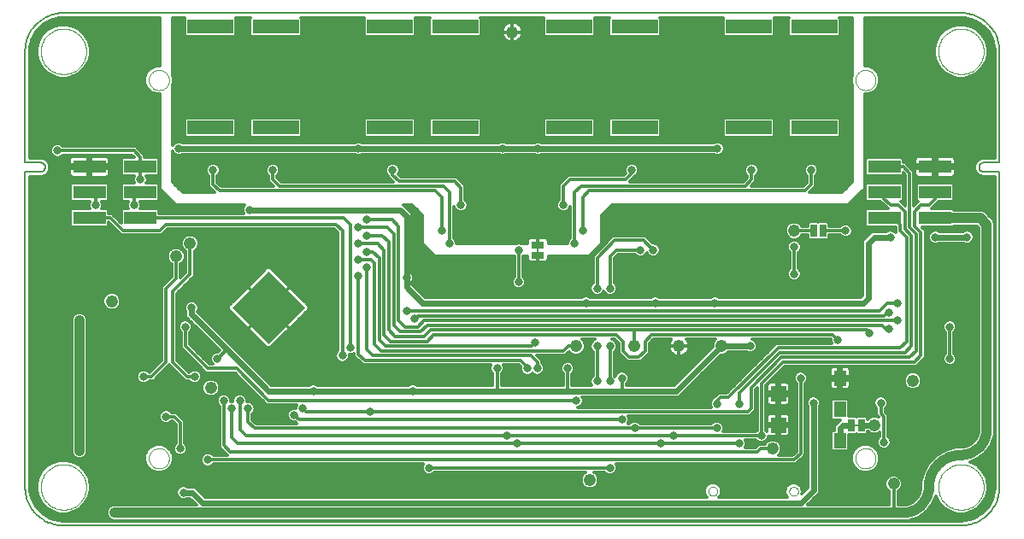
<source format=gbl>
G75*
%MOIN*%
%OFA0B0*%
%FSLAX24Y24*%
%IPPOS*%
%LPD*%
%AMOC8*
5,1,8,0,0,1.08239X$1,22.5*
%
%ADD10C,0.0050*%
%ADD11C,0.0000*%
%ADD12R,0.1260X0.0500*%
%ADD13R,0.1800X0.0550*%
%ADD14C,0.0281*%
%ADD15C,0.0354*%
%ADD16C,0.0476*%
%ADD17R,0.0472X0.0591*%
%ADD18R,0.0591X0.0591*%
%ADD19R,0.0250X0.0500*%
%ADD20C,0.0080*%
%ADD21R,0.2000X0.2000*%
%ADD22R,0.0500X0.0250*%
%ADD23C,0.0330*%
%ADD24C,0.0120*%
%ADD25C,0.0240*%
%ADD26C,0.0400*%
D10*
X017760Y016393D02*
X052760Y016393D01*
X052836Y016395D01*
X052912Y016401D01*
X052987Y016410D01*
X053062Y016424D01*
X053136Y016441D01*
X053209Y016462D01*
X053281Y016486D01*
X053352Y016515D01*
X053421Y016546D01*
X053488Y016581D01*
X053553Y016620D01*
X053617Y016662D01*
X053678Y016707D01*
X053737Y016755D01*
X053793Y016806D01*
X053847Y016860D01*
X053898Y016916D01*
X053946Y016975D01*
X053991Y017036D01*
X054033Y017100D01*
X054072Y017165D01*
X054107Y017232D01*
X054138Y017301D01*
X054167Y017372D01*
X054191Y017444D01*
X054212Y017517D01*
X054229Y017591D01*
X054243Y017666D01*
X054252Y017741D01*
X054258Y017817D01*
X054260Y017893D01*
X054260Y030200D01*
X053649Y030200D01*
X053649Y030201D02*
X053624Y030203D01*
X053599Y030208D01*
X053575Y030217D01*
X053553Y030229D01*
X053533Y030244D01*
X053515Y030262D01*
X053500Y030282D01*
X053488Y030304D01*
X053479Y030328D01*
X053474Y030353D01*
X053472Y030378D01*
X053474Y030403D01*
X053479Y030428D01*
X053488Y030452D01*
X053500Y030474D01*
X053515Y030494D01*
X053533Y030512D01*
X053553Y030527D01*
X053575Y030539D01*
X053599Y030548D01*
X053624Y030553D01*
X053649Y030555D01*
X054260Y030555D01*
X054260Y034893D01*
X054258Y034969D01*
X054252Y035045D01*
X054243Y035120D01*
X054229Y035195D01*
X054212Y035269D01*
X054191Y035342D01*
X054167Y035414D01*
X054138Y035485D01*
X054107Y035554D01*
X054072Y035621D01*
X054033Y035686D01*
X053991Y035750D01*
X053946Y035811D01*
X053898Y035870D01*
X053847Y035926D01*
X053793Y035980D01*
X053737Y036031D01*
X053678Y036079D01*
X053617Y036124D01*
X053553Y036166D01*
X053488Y036205D01*
X053421Y036240D01*
X053352Y036271D01*
X053281Y036300D01*
X053209Y036324D01*
X053136Y036345D01*
X053062Y036362D01*
X052987Y036376D01*
X052912Y036385D01*
X052836Y036391D01*
X052760Y036393D01*
X017760Y036393D01*
X017684Y036391D01*
X017608Y036385D01*
X017533Y036376D01*
X017458Y036362D01*
X017384Y036345D01*
X017311Y036324D01*
X017239Y036300D01*
X017168Y036271D01*
X017099Y036240D01*
X017032Y036205D01*
X016967Y036166D01*
X016903Y036124D01*
X016842Y036079D01*
X016783Y036031D01*
X016727Y035980D01*
X016673Y035926D01*
X016622Y035870D01*
X016574Y035811D01*
X016529Y035750D01*
X016487Y035686D01*
X016448Y035621D01*
X016413Y035554D01*
X016382Y035485D01*
X016353Y035414D01*
X016329Y035342D01*
X016308Y035269D01*
X016291Y035195D01*
X016277Y035120D01*
X016268Y035045D01*
X016262Y034969D01*
X016260Y034893D01*
X016260Y030555D01*
X016870Y030555D01*
X016895Y030553D01*
X016920Y030548D01*
X016944Y030539D01*
X016966Y030527D01*
X016986Y030512D01*
X017004Y030494D01*
X017019Y030474D01*
X017031Y030452D01*
X017040Y030428D01*
X017045Y030403D01*
X017047Y030378D01*
X017045Y030353D01*
X017040Y030328D01*
X017031Y030304D01*
X017019Y030282D01*
X017004Y030262D01*
X016986Y030244D01*
X016966Y030229D01*
X016944Y030217D01*
X016920Y030208D01*
X016895Y030203D01*
X016870Y030201D01*
X016870Y030200D02*
X016260Y030200D01*
X016260Y017893D01*
X016262Y017817D01*
X016268Y017741D01*
X016277Y017666D01*
X016291Y017591D01*
X016308Y017517D01*
X016329Y017444D01*
X016353Y017372D01*
X016382Y017301D01*
X016413Y017232D01*
X016448Y017165D01*
X016487Y017100D01*
X016529Y017036D01*
X016574Y016975D01*
X016622Y016916D01*
X016673Y016860D01*
X016727Y016806D01*
X016783Y016755D01*
X016842Y016707D01*
X016903Y016662D01*
X016967Y016620D01*
X017032Y016581D01*
X017099Y016546D01*
X017168Y016515D01*
X017239Y016486D01*
X017311Y016462D01*
X017384Y016441D01*
X017458Y016424D01*
X017533Y016410D01*
X017608Y016401D01*
X017684Y016395D01*
X017760Y016393D01*
D11*
X016874Y017893D02*
X016876Y017952D01*
X016882Y018011D01*
X016892Y018069D01*
X016905Y018127D01*
X016923Y018184D01*
X016944Y018239D01*
X016969Y018293D01*
X016998Y018345D01*
X017030Y018394D01*
X017065Y018442D01*
X017103Y018487D01*
X017144Y018530D01*
X017188Y018570D01*
X017234Y018606D01*
X017283Y018640D01*
X017334Y018670D01*
X017387Y018697D01*
X017442Y018720D01*
X017497Y018739D01*
X017555Y018755D01*
X017613Y018767D01*
X017671Y018775D01*
X017730Y018779D01*
X017790Y018779D01*
X017849Y018775D01*
X017907Y018767D01*
X017965Y018755D01*
X018023Y018739D01*
X018078Y018720D01*
X018133Y018697D01*
X018186Y018670D01*
X018237Y018640D01*
X018286Y018606D01*
X018332Y018570D01*
X018376Y018530D01*
X018417Y018487D01*
X018455Y018442D01*
X018490Y018394D01*
X018522Y018345D01*
X018551Y018293D01*
X018576Y018239D01*
X018597Y018184D01*
X018615Y018127D01*
X018628Y018069D01*
X018638Y018011D01*
X018644Y017952D01*
X018646Y017893D01*
X018644Y017834D01*
X018638Y017775D01*
X018628Y017717D01*
X018615Y017659D01*
X018597Y017602D01*
X018576Y017547D01*
X018551Y017493D01*
X018522Y017441D01*
X018490Y017392D01*
X018455Y017344D01*
X018417Y017299D01*
X018376Y017256D01*
X018332Y017216D01*
X018286Y017180D01*
X018237Y017146D01*
X018186Y017116D01*
X018133Y017089D01*
X018078Y017066D01*
X018023Y017047D01*
X017965Y017031D01*
X017907Y017019D01*
X017849Y017011D01*
X017790Y017007D01*
X017730Y017007D01*
X017671Y017011D01*
X017613Y017019D01*
X017555Y017031D01*
X017497Y017047D01*
X017442Y017066D01*
X017387Y017089D01*
X017334Y017116D01*
X017283Y017146D01*
X017234Y017180D01*
X017188Y017216D01*
X017144Y017256D01*
X017103Y017299D01*
X017065Y017344D01*
X017030Y017392D01*
X016998Y017441D01*
X016969Y017493D01*
X016944Y017547D01*
X016923Y017602D01*
X016905Y017659D01*
X016892Y017717D01*
X016882Y017775D01*
X016876Y017834D01*
X016874Y017893D01*
X021086Y019011D02*
X021088Y019050D01*
X021094Y019089D01*
X021104Y019127D01*
X021117Y019164D01*
X021134Y019199D01*
X021154Y019233D01*
X021178Y019264D01*
X021205Y019293D01*
X021234Y019319D01*
X021266Y019342D01*
X021300Y019362D01*
X021336Y019378D01*
X021373Y019390D01*
X021412Y019399D01*
X021451Y019404D01*
X021490Y019405D01*
X021529Y019402D01*
X021568Y019395D01*
X021605Y019384D01*
X021642Y019370D01*
X021677Y019352D01*
X021710Y019331D01*
X021741Y019306D01*
X021769Y019279D01*
X021794Y019249D01*
X021816Y019216D01*
X021835Y019182D01*
X021850Y019146D01*
X021862Y019108D01*
X021870Y019070D01*
X021874Y019031D01*
X021874Y018991D01*
X021870Y018952D01*
X021862Y018914D01*
X021850Y018876D01*
X021835Y018840D01*
X021816Y018806D01*
X021794Y018773D01*
X021769Y018743D01*
X021741Y018716D01*
X021710Y018691D01*
X021677Y018670D01*
X021642Y018652D01*
X021605Y018638D01*
X021568Y018627D01*
X021529Y018620D01*
X021490Y018617D01*
X021451Y018618D01*
X021412Y018623D01*
X021373Y018632D01*
X021336Y018644D01*
X021300Y018660D01*
X021266Y018680D01*
X021234Y018703D01*
X021205Y018729D01*
X021178Y018758D01*
X021154Y018789D01*
X021134Y018823D01*
X021117Y018858D01*
X021104Y018895D01*
X021094Y018933D01*
X021088Y018972D01*
X021086Y019011D01*
X021086Y033775D02*
X021088Y033814D01*
X021094Y033853D01*
X021104Y033891D01*
X021117Y033928D01*
X021134Y033963D01*
X021154Y033997D01*
X021178Y034028D01*
X021205Y034057D01*
X021234Y034083D01*
X021266Y034106D01*
X021300Y034126D01*
X021336Y034142D01*
X021373Y034154D01*
X021412Y034163D01*
X021451Y034168D01*
X021490Y034169D01*
X021529Y034166D01*
X021568Y034159D01*
X021605Y034148D01*
X021642Y034134D01*
X021677Y034116D01*
X021710Y034095D01*
X021741Y034070D01*
X021769Y034043D01*
X021794Y034013D01*
X021816Y033980D01*
X021835Y033946D01*
X021850Y033910D01*
X021862Y033872D01*
X021870Y033834D01*
X021874Y033795D01*
X021874Y033755D01*
X021870Y033716D01*
X021862Y033678D01*
X021850Y033640D01*
X021835Y033604D01*
X021816Y033570D01*
X021794Y033537D01*
X021769Y033507D01*
X021741Y033480D01*
X021710Y033455D01*
X021677Y033434D01*
X021642Y033416D01*
X021605Y033402D01*
X021568Y033391D01*
X021529Y033384D01*
X021490Y033381D01*
X021451Y033382D01*
X021412Y033387D01*
X021373Y033396D01*
X021336Y033408D01*
X021300Y033424D01*
X021266Y033444D01*
X021234Y033467D01*
X021205Y033493D01*
X021178Y033522D01*
X021154Y033553D01*
X021134Y033587D01*
X021117Y033622D01*
X021104Y033659D01*
X021094Y033697D01*
X021088Y033736D01*
X021086Y033775D01*
X016874Y034893D02*
X016876Y034952D01*
X016882Y035011D01*
X016892Y035069D01*
X016905Y035127D01*
X016923Y035184D01*
X016944Y035239D01*
X016969Y035293D01*
X016998Y035345D01*
X017030Y035394D01*
X017065Y035442D01*
X017103Y035487D01*
X017144Y035530D01*
X017188Y035570D01*
X017234Y035606D01*
X017283Y035640D01*
X017334Y035670D01*
X017387Y035697D01*
X017442Y035720D01*
X017497Y035739D01*
X017555Y035755D01*
X017613Y035767D01*
X017671Y035775D01*
X017730Y035779D01*
X017790Y035779D01*
X017849Y035775D01*
X017907Y035767D01*
X017965Y035755D01*
X018023Y035739D01*
X018078Y035720D01*
X018133Y035697D01*
X018186Y035670D01*
X018237Y035640D01*
X018286Y035606D01*
X018332Y035570D01*
X018376Y035530D01*
X018417Y035487D01*
X018455Y035442D01*
X018490Y035394D01*
X018522Y035345D01*
X018551Y035293D01*
X018576Y035239D01*
X018597Y035184D01*
X018615Y035127D01*
X018628Y035069D01*
X018638Y035011D01*
X018644Y034952D01*
X018646Y034893D01*
X018644Y034834D01*
X018638Y034775D01*
X018628Y034717D01*
X018615Y034659D01*
X018597Y034602D01*
X018576Y034547D01*
X018551Y034493D01*
X018522Y034441D01*
X018490Y034392D01*
X018455Y034344D01*
X018417Y034299D01*
X018376Y034256D01*
X018332Y034216D01*
X018286Y034180D01*
X018237Y034146D01*
X018186Y034116D01*
X018133Y034089D01*
X018078Y034066D01*
X018023Y034047D01*
X017965Y034031D01*
X017907Y034019D01*
X017849Y034011D01*
X017790Y034007D01*
X017730Y034007D01*
X017671Y034011D01*
X017613Y034019D01*
X017555Y034031D01*
X017497Y034047D01*
X017442Y034066D01*
X017387Y034089D01*
X017334Y034116D01*
X017283Y034146D01*
X017234Y034180D01*
X017188Y034216D01*
X017144Y034256D01*
X017103Y034299D01*
X017065Y034344D01*
X017030Y034392D01*
X016998Y034441D01*
X016969Y034493D01*
X016944Y034547D01*
X016923Y034602D01*
X016905Y034659D01*
X016892Y034717D01*
X016882Y034775D01*
X016876Y034834D01*
X016874Y034893D01*
X042911Y017729D02*
X042913Y017755D01*
X042919Y017781D01*
X042928Y017805D01*
X042941Y017828D01*
X042958Y017848D01*
X042977Y017866D01*
X042999Y017881D01*
X043022Y017892D01*
X043047Y017900D01*
X043073Y017904D01*
X043099Y017904D01*
X043125Y017900D01*
X043150Y017892D01*
X043174Y017881D01*
X043195Y017866D01*
X043214Y017848D01*
X043231Y017828D01*
X043244Y017805D01*
X043253Y017781D01*
X043259Y017755D01*
X043261Y017729D01*
X043259Y017703D01*
X043253Y017677D01*
X043244Y017653D01*
X043231Y017630D01*
X043214Y017610D01*
X043195Y017592D01*
X043173Y017577D01*
X043150Y017566D01*
X043125Y017558D01*
X043099Y017554D01*
X043073Y017554D01*
X043047Y017558D01*
X043022Y017566D01*
X042998Y017577D01*
X042977Y017592D01*
X042958Y017610D01*
X042941Y017630D01*
X042928Y017653D01*
X042919Y017677D01*
X042913Y017703D01*
X042911Y017729D01*
X046060Y017729D02*
X046062Y017755D01*
X046068Y017781D01*
X046077Y017805D01*
X046090Y017828D01*
X046107Y017848D01*
X046126Y017866D01*
X046148Y017881D01*
X046171Y017892D01*
X046196Y017900D01*
X046222Y017904D01*
X046248Y017904D01*
X046274Y017900D01*
X046299Y017892D01*
X046323Y017881D01*
X046344Y017866D01*
X046363Y017848D01*
X046380Y017828D01*
X046393Y017805D01*
X046402Y017781D01*
X046408Y017755D01*
X046410Y017729D01*
X046408Y017703D01*
X046402Y017677D01*
X046393Y017653D01*
X046380Y017630D01*
X046363Y017610D01*
X046344Y017592D01*
X046322Y017577D01*
X046299Y017566D01*
X046274Y017558D01*
X046248Y017554D01*
X046222Y017554D01*
X046196Y017558D01*
X046171Y017566D01*
X046147Y017577D01*
X046126Y017592D01*
X046107Y017610D01*
X046090Y017630D01*
X046077Y017653D01*
X046068Y017677D01*
X046062Y017703D01*
X046060Y017729D01*
X048645Y019011D02*
X048647Y019050D01*
X048653Y019089D01*
X048663Y019127D01*
X048676Y019164D01*
X048693Y019199D01*
X048713Y019233D01*
X048737Y019264D01*
X048764Y019293D01*
X048793Y019319D01*
X048825Y019342D01*
X048859Y019362D01*
X048895Y019378D01*
X048932Y019390D01*
X048971Y019399D01*
X049010Y019404D01*
X049049Y019405D01*
X049088Y019402D01*
X049127Y019395D01*
X049164Y019384D01*
X049201Y019370D01*
X049236Y019352D01*
X049269Y019331D01*
X049300Y019306D01*
X049328Y019279D01*
X049353Y019249D01*
X049375Y019216D01*
X049394Y019182D01*
X049409Y019146D01*
X049421Y019108D01*
X049429Y019070D01*
X049433Y019031D01*
X049433Y018991D01*
X049429Y018952D01*
X049421Y018914D01*
X049409Y018876D01*
X049394Y018840D01*
X049375Y018806D01*
X049353Y018773D01*
X049328Y018743D01*
X049300Y018716D01*
X049269Y018691D01*
X049236Y018670D01*
X049201Y018652D01*
X049164Y018638D01*
X049127Y018627D01*
X049088Y018620D01*
X049049Y018617D01*
X049010Y018618D01*
X048971Y018623D01*
X048932Y018632D01*
X048895Y018644D01*
X048859Y018660D01*
X048825Y018680D01*
X048793Y018703D01*
X048764Y018729D01*
X048737Y018758D01*
X048713Y018789D01*
X048693Y018823D01*
X048676Y018858D01*
X048663Y018895D01*
X048653Y018933D01*
X048647Y018972D01*
X048645Y019011D01*
X051874Y017893D02*
X051876Y017952D01*
X051882Y018011D01*
X051892Y018069D01*
X051905Y018127D01*
X051923Y018184D01*
X051944Y018239D01*
X051969Y018293D01*
X051998Y018345D01*
X052030Y018394D01*
X052065Y018442D01*
X052103Y018487D01*
X052144Y018530D01*
X052188Y018570D01*
X052234Y018606D01*
X052283Y018640D01*
X052334Y018670D01*
X052387Y018697D01*
X052442Y018720D01*
X052497Y018739D01*
X052555Y018755D01*
X052613Y018767D01*
X052671Y018775D01*
X052730Y018779D01*
X052790Y018779D01*
X052849Y018775D01*
X052907Y018767D01*
X052965Y018755D01*
X053023Y018739D01*
X053078Y018720D01*
X053133Y018697D01*
X053186Y018670D01*
X053237Y018640D01*
X053286Y018606D01*
X053332Y018570D01*
X053376Y018530D01*
X053417Y018487D01*
X053455Y018442D01*
X053490Y018394D01*
X053522Y018345D01*
X053551Y018293D01*
X053576Y018239D01*
X053597Y018184D01*
X053615Y018127D01*
X053628Y018069D01*
X053638Y018011D01*
X053644Y017952D01*
X053646Y017893D01*
X053644Y017834D01*
X053638Y017775D01*
X053628Y017717D01*
X053615Y017659D01*
X053597Y017602D01*
X053576Y017547D01*
X053551Y017493D01*
X053522Y017441D01*
X053490Y017392D01*
X053455Y017344D01*
X053417Y017299D01*
X053376Y017256D01*
X053332Y017216D01*
X053286Y017180D01*
X053237Y017146D01*
X053186Y017116D01*
X053133Y017089D01*
X053078Y017066D01*
X053023Y017047D01*
X052965Y017031D01*
X052907Y017019D01*
X052849Y017011D01*
X052790Y017007D01*
X052730Y017007D01*
X052671Y017011D01*
X052613Y017019D01*
X052555Y017031D01*
X052497Y017047D01*
X052442Y017066D01*
X052387Y017089D01*
X052334Y017116D01*
X052283Y017146D01*
X052234Y017180D01*
X052188Y017216D01*
X052144Y017256D01*
X052103Y017299D01*
X052065Y017344D01*
X052030Y017392D01*
X051998Y017441D01*
X051969Y017493D01*
X051944Y017547D01*
X051923Y017602D01*
X051905Y017659D01*
X051892Y017717D01*
X051882Y017775D01*
X051876Y017834D01*
X051874Y017893D01*
X048645Y033775D02*
X048647Y033814D01*
X048653Y033853D01*
X048663Y033891D01*
X048676Y033928D01*
X048693Y033963D01*
X048713Y033997D01*
X048737Y034028D01*
X048764Y034057D01*
X048793Y034083D01*
X048825Y034106D01*
X048859Y034126D01*
X048895Y034142D01*
X048932Y034154D01*
X048971Y034163D01*
X049010Y034168D01*
X049049Y034169D01*
X049088Y034166D01*
X049127Y034159D01*
X049164Y034148D01*
X049201Y034134D01*
X049236Y034116D01*
X049269Y034095D01*
X049300Y034070D01*
X049328Y034043D01*
X049353Y034013D01*
X049375Y033980D01*
X049394Y033946D01*
X049409Y033910D01*
X049421Y033872D01*
X049429Y033834D01*
X049433Y033795D01*
X049433Y033755D01*
X049429Y033716D01*
X049421Y033678D01*
X049409Y033640D01*
X049394Y033604D01*
X049375Y033570D01*
X049353Y033537D01*
X049328Y033507D01*
X049300Y033480D01*
X049269Y033455D01*
X049236Y033434D01*
X049201Y033416D01*
X049164Y033402D01*
X049127Y033391D01*
X049088Y033384D01*
X049049Y033381D01*
X049010Y033382D01*
X048971Y033387D01*
X048932Y033396D01*
X048895Y033408D01*
X048859Y033424D01*
X048825Y033444D01*
X048793Y033467D01*
X048764Y033493D01*
X048737Y033522D01*
X048713Y033553D01*
X048693Y033587D01*
X048676Y033622D01*
X048663Y033659D01*
X048653Y033697D01*
X048647Y033736D01*
X048645Y033775D01*
X051874Y034893D02*
X051876Y034952D01*
X051882Y035011D01*
X051892Y035069D01*
X051905Y035127D01*
X051923Y035184D01*
X051944Y035239D01*
X051969Y035293D01*
X051998Y035345D01*
X052030Y035394D01*
X052065Y035442D01*
X052103Y035487D01*
X052144Y035530D01*
X052188Y035570D01*
X052234Y035606D01*
X052283Y035640D01*
X052334Y035670D01*
X052387Y035697D01*
X052442Y035720D01*
X052497Y035739D01*
X052555Y035755D01*
X052613Y035767D01*
X052671Y035775D01*
X052730Y035779D01*
X052790Y035779D01*
X052849Y035775D01*
X052907Y035767D01*
X052965Y035755D01*
X053023Y035739D01*
X053078Y035720D01*
X053133Y035697D01*
X053186Y035670D01*
X053237Y035640D01*
X053286Y035606D01*
X053332Y035570D01*
X053376Y035530D01*
X053417Y035487D01*
X053455Y035442D01*
X053490Y035394D01*
X053522Y035345D01*
X053551Y035293D01*
X053576Y035239D01*
X053597Y035184D01*
X053615Y035127D01*
X053628Y035069D01*
X053638Y035011D01*
X053644Y034952D01*
X053646Y034893D01*
X053644Y034834D01*
X053638Y034775D01*
X053628Y034717D01*
X053615Y034659D01*
X053597Y034602D01*
X053576Y034547D01*
X053551Y034493D01*
X053522Y034441D01*
X053490Y034392D01*
X053455Y034344D01*
X053417Y034299D01*
X053376Y034256D01*
X053332Y034216D01*
X053286Y034180D01*
X053237Y034146D01*
X053186Y034116D01*
X053133Y034089D01*
X053078Y034066D01*
X053023Y034047D01*
X052965Y034031D01*
X052907Y034019D01*
X052849Y034011D01*
X052790Y034007D01*
X052730Y034007D01*
X052671Y034011D01*
X052613Y034019D01*
X052555Y034031D01*
X052497Y034047D01*
X052442Y034066D01*
X052387Y034089D01*
X052334Y034116D01*
X052283Y034146D01*
X052234Y034180D01*
X052188Y034216D01*
X052144Y034256D01*
X052103Y034299D01*
X052065Y034344D01*
X052030Y034392D01*
X051998Y034441D01*
X051969Y034493D01*
X051944Y034547D01*
X051923Y034602D01*
X051905Y034659D01*
X051892Y034717D01*
X051882Y034775D01*
X051876Y034834D01*
X051874Y034893D01*
D12*
X051752Y030393D03*
X051752Y029393D03*
X051752Y028393D03*
X049767Y028393D03*
X049767Y029393D03*
X049767Y030393D03*
X020752Y030393D03*
X020752Y029393D03*
X020752Y028393D03*
X018767Y028393D03*
X018767Y029393D03*
X018767Y030393D03*
D13*
X023480Y031918D03*
X026039Y031918D03*
X030480Y031918D03*
X033039Y031918D03*
X037480Y031918D03*
X040039Y031918D03*
X044480Y031918D03*
X047039Y031918D03*
X047039Y035868D03*
X044480Y035868D03*
X040039Y035868D03*
X037480Y035868D03*
X033039Y035868D03*
X030480Y035868D03*
X026039Y035868D03*
X023480Y035868D03*
D14*
X017776Y024684D02*
X017776Y024472D01*
X017776Y024684D02*
X017870Y024684D01*
X017870Y024472D01*
X017776Y024472D01*
X017776Y022715D02*
X017776Y022503D01*
X017776Y022715D02*
X017870Y022715D01*
X017870Y022503D01*
X017776Y022503D01*
D15*
X016888Y022215D02*
X016632Y022215D01*
X016632Y024971D02*
X016888Y024971D01*
D16*
X019646Y025143D03*
X022157Y026893D03*
X022697Y027393D03*
X023510Y021768D03*
X037760Y023393D03*
X040010Y023393D03*
X041760Y023393D03*
X043416Y023393D03*
X045409Y019393D03*
X049385Y020309D03*
X050884Y022043D03*
X050135Y018018D03*
X038285Y018168D03*
X046260Y027893D03*
X035260Y035643D03*
D17*
X048039Y022141D03*
X048039Y020921D03*
X048039Y019700D03*
D18*
X045637Y020311D03*
X045637Y021531D03*
D19*
X048497Y020309D03*
X048897Y020309D03*
X047374Y027893D03*
X047020Y027893D03*
D20*
X048547Y020309D02*
X048847Y020309D01*
X036260Y026993D02*
X036260Y027293D01*
D21*
G36*
X027174Y024893D02*
X025760Y023479D01*
X024346Y024893D01*
X025760Y026307D01*
X027174Y024893D01*
G37*
D22*
X036260Y026943D03*
X036260Y027343D03*
D23*
X035510Y027143D03*
X035510Y025893D03*
X036260Y025543D03*
X037035Y026231D03*
X037697Y027393D03*
X038010Y027893D03*
X037260Y028893D03*
X036260Y029393D03*
X036260Y030393D03*
X036260Y031103D03*
X034885Y031103D03*
X034260Y032393D03*
X034260Y033393D03*
X034260Y034393D03*
X034260Y035393D03*
X036260Y035393D03*
X036260Y034393D03*
X035260Y032893D03*
X038760Y032893D03*
X038760Y031893D03*
X039925Y030268D03*
X041260Y030393D03*
X042260Y030393D03*
X043260Y030393D03*
X043260Y031103D03*
X042760Y031893D03*
X043260Y032393D03*
X042760Y032893D03*
X043260Y033393D03*
X042760Y033893D03*
X043260Y034393D03*
X042760Y034893D03*
X042260Y034393D03*
X041760Y033893D03*
X042260Y033393D03*
X041760Y032893D03*
X042260Y032393D03*
X041760Y031893D03*
X041260Y032393D03*
X041260Y033393D03*
X041260Y034393D03*
X041760Y034893D03*
X042260Y035393D03*
X042760Y035893D03*
X043260Y035393D03*
X041760Y035893D03*
X041260Y035393D03*
X038760Y034893D03*
X038760Y033893D03*
X038760Y035893D03*
X031760Y035893D03*
X031760Y034893D03*
X031760Y033893D03*
X031760Y032893D03*
X031760Y031893D03*
X030594Y030268D03*
X029260Y030393D03*
X029260Y031103D03*
X028760Y031893D03*
X029260Y032393D03*
X028760Y032893D03*
X029260Y033393D03*
X028760Y033893D03*
X029260Y034393D03*
X028760Y034893D03*
X028260Y034393D03*
X027760Y033893D03*
X028260Y033393D03*
X027760Y032893D03*
X028260Y032393D03*
X027760Y031893D03*
X027260Y032393D03*
X027260Y033393D03*
X027260Y034393D03*
X027760Y034893D03*
X028260Y035393D03*
X028760Y035893D03*
X029260Y035393D03*
X027760Y035893D03*
X027260Y035393D03*
X024760Y034893D03*
X024760Y033893D03*
X024760Y032893D03*
X024760Y031893D03*
X025925Y030268D03*
X027260Y030393D03*
X028260Y030393D03*
X029572Y028331D03*
X029260Y028018D03*
X029572Y027706D03*
X029260Y027393D03*
X029572Y027081D03*
X029260Y026768D03*
X029572Y026456D03*
X029260Y026143D03*
X031135Y026059D03*
X031597Y026793D03*
X032822Y027393D03*
X032510Y027893D03*
X031597Y028293D03*
X033260Y028893D03*
X034260Y029393D03*
X032347Y025543D03*
X031447Y024456D03*
X031135Y024768D03*
X028947Y023331D03*
X028635Y023018D03*
X027510Y022268D03*
X027510Y021643D03*
X027085Y020956D03*
X026760Y020706D03*
X025760Y020768D03*
X024960Y020956D03*
X024635Y021268D03*
X024310Y020956D03*
X024010Y021268D03*
X023260Y020643D03*
X021760Y020643D03*
X022322Y019393D03*
X023260Y019643D03*
X023385Y018956D03*
X022438Y017677D03*
X021510Y017893D03*
X021010Y017893D03*
X019760Y016893D03*
X018385Y019306D03*
X019510Y020393D03*
X017860Y020693D03*
X017760Y021956D03*
X019010Y022393D03*
X019510Y021893D03*
X020010Y022393D03*
X020885Y022201D03*
X022884Y022206D03*
X023760Y022893D03*
X022510Y024143D03*
X022760Y024893D03*
X020260Y024893D03*
X019510Y026393D03*
X017860Y026393D03*
X017760Y025206D03*
X018385Y024393D03*
X024635Y027831D03*
X025010Y028706D03*
X025760Y027768D03*
X023594Y030268D03*
X022260Y030393D03*
X022260Y031103D03*
X022260Y032393D03*
X022260Y033393D03*
X022260Y034393D03*
X022260Y035393D03*
X024760Y035893D03*
X019510Y032143D03*
X017860Y032093D03*
X017525Y031018D03*
X019010Y028893D03*
X020510Y028893D03*
X020760Y029893D03*
X031385Y021643D03*
X029707Y020831D03*
X029510Y018518D03*
X029510Y017731D03*
X032010Y018643D03*
X032260Y017881D03*
X033260Y017881D03*
X034260Y017881D03*
X035260Y017881D03*
X036260Y017881D03*
X037260Y017881D03*
X039072Y018643D03*
X041035Y019593D03*
X041535Y019893D03*
X040035Y020193D03*
X039535Y020518D03*
X039072Y022018D03*
X039535Y022143D03*
X040010Y022643D03*
X039072Y023393D03*
X038572Y023393D03*
X038010Y022518D03*
X037425Y022518D03*
X036244Y022518D03*
X035850Y022518D03*
X036137Y023518D03*
X034669Y022518D03*
X037760Y021268D03*
X038572Y022018D03*
X035456Y019593D03*
X035063Y019893D03*
X038135Y025081D03*
X038572Y025643D03*
X039072Y025643D03*
X040844Y025081D03*
X042010Y025631D03*
X043166Y025081D03*
X043885Y025881D03*
X044885Y025881D03*
X046260Y026206D03*
X046260Y027268D03*
X045510Y028381D03*
X044010Y028381D03*
X042510Y028381D03*
X041010Y028381D03*
X039510Y028381D03*
X040260Y027143D03*
X040760Y027143D03*
X044594Y030268D03*
X045760Y031893D03*
X045760Y032893D03*
X045760Y033893D03*
X045760Y034893D03*
X045760Y035893D03*
X048260Y035393D03*
X048260Y034393D03*
X048260Y033393D03*
X048260Y032393D03*
X051010Y032143D03*
X052660Y032093D03*
X048260Y030393D03*
X046925Y030268D03*
X048260Y028381D03*
X048260Y027893D03*
X050010Y027643D03*
X051760Y027643D03*
X052994Y027643D03*
X052510Y025893D03*
X052325Y024143D03*
X051760Y024006D03*
X052325Y022893D03*
X051510Y022131D03*
X050010Y022131D03*
X049635Y021175D03*
X049760Y019643D03*
X051385Y019268D03*
X052660Y020693D03*
X049197Y023893D03*
X049947Y024081D03*
X050282Y024393D03*
X049947Y024706D03*
X050282Y025081D03*
X048635Y025881D03*
X047635Y025881D03*
X047947Y023643D03*
X046510Y022143D03*
X047010Y021175D03*
X044976Y019893D03*
X044110Y019593D03*
X043697Y020193D03*
X043243Y020193D03*
X043243Y021143D03*
X044110Y021143D03*
X043260Y022643D03*
X044543Y023393D03*
X047760Y018881D03*
X046510Y018381D03*
X045260Y018381D03*
X045260Y017756D03*
X044010Y017756D03*
X044010Y018381D03*
X042760Y018381D03*
X048635Y016893D03*
X026260Y017731D03*
X026260Y018518D03*
X024760Y017731D03*
D24*
X023603Y018786D02*
X023540Y018723D01*
X023439Y018681D01*
X023330Y018681D01*
X023229Y018723D01*
X023151Y018800D01*
X023110Y018901D01*
X023110Y019011D01*
X023151Y019112D01*
X023229Y019189D01*
X023330Y019231D01*
X023439Y019231D01*
X023540Y019189D01*
X023603Y019126D01*
X024162Y019126D01*
X024090Y019198D01*
X023840Y019448D01*
X023840Y021049D01*
X023776Y021113D01*
X023735Y021214D01*
X023735Y021323D01*
X023776Y021424D01*
X023854Y021501D01*
X023955Y021543D01*
X024064Y021543D01*
X024165Y021501D01*
X024243Y021424D01*
X024285Y021323D01*
X024285Y021231D01*
X024360Y021231D01*
X024360Y021323D01*
X024401Y021424D01*
X024479Y021501D01*
X024580Y021543D01*
X024689Y021543D01*
X024790Y021501D01*
X024868Y021424D01*
X024910Y021323D01*
X024910Y021231D01*
X025014Y021231D01*
X025115Y021189D01*
X025193Y021112D01*
X025235Y021011D01*
X025235Y020901D01*
X025193Y020800D01*
X025130Y020737D01*
X025130Y020514D01*
X025280Y020363D01*
X026862Y020363D01*
X026794Y020431D01*
X026705Y020431D01*
X026604Y020473D01*
X026526Y020550D01*
X026485Y020651D01*
X026485Y020761D01*
X026526Y020862D01*
X026604Y020939D01*
X026705Y020981D01*
X026810Y020981D01*
X026810Y021011D01*
X026846Y021098D01*
X025689Y021098D01*
X025590Y021198D01*
X024439Y022348D01*
X023314Y022348D01*
X023215Y022448D01*
X022340Y023323D01*
X022340Y023924D01*
X022276Y023988D01*
X022235Y024089D01*
X022235Y024198D01*
X022276Y024299D01*
X022354Y024376D01*
X022455Y024418D01*
X022564Y024418D01*
X022665Y024376D01*
X022743Y024299D01*
X022785Y024198D01*
X022785Y024089D01*
X022743Y023988D01*
X022680Y023924D01*
X022680Y023464D01*
X023455Y022688D01*
X023576Y022688D01*
X023526Y022738D01*
X023485Y022839D01*
X023485Y022948D01*
X023526Y023049D01*
X023604Y023126D01*
X023705Y023168D01*
X023794Y023168D01*
X023852Y023226D01*
X022664Y024413D01*
X022664Y024413D01*
X022530Y024548D01*
X022530Y024734D01*
X022526Y024738D01*
X022485Y024839D01*
X022485Y024948D01*
X022526Y025049D01*
X022604Y025126D01*
X022705Y025168D01*
X022814Y025168D01*
X022915Y025126D01*
X022993Y025049D01*
X023035Y024948D01*
X023035Y024839D01*
X022993Y024738D01*
X022992Y024736D01*
X024230Y023498D01*
X024230Y023498D01*
X025855Y021873D01*
X027351Y021873D01*
X027354Y021876D01*
X027455Y021918D01*
X027564Y021918D01*
X027665Y021876D01*
X027668Y021873D01*
X031226Y021873D01*
X031229Y021876D01*
X031330Y021918D01*
X031439Y021918D01*
X031540Y021876D01*
X031543Y021873D01*
X034499Y021873D01*
X034499Y022299D01*
X034436Y022363D01*
X034394Y022464D01*
X034394Y022573D01*
X034430Y022661D01*
X029439Y022661D01*
X029189Y022911D01*
X028888Y022911D01*
X028868Y022863D02*
X028910Y022964D01*
X028910Y023056D01*
X029002Y023056D01*
X029090Y023092D01*
X029090Y023010D01*
X029189Y022911D01*
X029090Y023029D02*
X028910Y023029D01*
X028868Y022863D02*
X028790Y022785D01*
X028689Y022743D01*
X028580Y022743D01*
X028479Y022785D01*
X028401Y022863D01*
X028360Y022964D01*
X028360Y023073D01*
X028401Y023174D01*
X028465Y023237D01*
X028465Y027823D01*
X028314Y027973D01*
X021830Y027973D01*
X021680Y027823D01*
X021580Y027723D01*
X020002Y027723D01*
X019507Y028218D01*
X019507Y028098D01*
X019443Y028033D01*
X018092Y028033D01*
X018027Y028098D01*
X018027Y028689D01*
X018092Y028753D01*
X018770Y028753D01*
X018735Y028839D01*
X018735Y028948D01*
X018770Y029033D01*
X018092Y029033D01*
X018027Y029098D01*
X018027Y029689D01*
X018092Y029753D01*
X019443Y029753D01*
X019507Y029689D01*
X019507Y029098D01*
X019443Y029033D01*
X019249Y029033D01*
X019285Y028948D01*
X019285Y028839D01*
X019249Y028753D01*
X019443Y028753D01*
X019507Y028689D01*
X019507Y028563D01*
X019642Y028563D01*
X020012Y028194D01*
X020012Y028689D01*
X020076Y028753D01*
X020270Y028753D01*
X020235Y028839D01*
X020235Y028948D01*
X020270Y029033D01*
X020076Y029033D01*
X020012Y029098D01*
X020012Y029689D01*
X020076Y029753D01*
X020520Y029753D01*
X020485Y029839D01*
X020485Y029948D01*
X020520Y030033D01*
X020076Y030033D01*
X020012Y030098D01*
X020012Y030689D01*
X020076Y030753D01*
X020526Y030753D01*
X020431Y030848D01*
X017744Y030848D01*
X017681Y030785D01*
X017580Y030743D01*
X017470Y030743D01*
X017369Y030785D01*
X017292Y030863D01*
X017250Y030964D01*
X017250Y031073D01*
X017292Y031174D01*
X017369Y031251D01*
X017470Y031293D01*
X017580Y031293D01*
X017681Y031251D01*
X017744Y031188D01*
X020572Y031188D01*
X020922Y030839D01*
X020922Y030753D01*
X021427Y030753D01*
X021492Y030689D01*
X021492Y030098D01*
X021427Y030033D01*
X020999Y030033D01*
X021035Y029948D01*
X021035Y029839D01*
X020999Y029753D01*
X021427Y029753D01*
X021492Y029689D01*
X021492Y029098D01*
X021427Y029033D01*
X020749Y029033D01*
X020785Y028948D01*
X020785Y028839D01*
X020749Y028753D01*
X021427Y028753D01*
X021492Y028689D01*
X021492Y028563D01*
X024771Y028563D01*
X024735Y028651D01*
X024735Y028761D01*
X024776Y028862D01*
X024808Y028893D01*
X022160Y028893D01*
X021510Y029543D01*
X021510Y033221D01*
X021370Y033221D01*
X021166Y033306D01*
X021011Y033462D01*
X020926Y033665D01*
X020926Y033885D01*
X021011Y034089D01*
X021166Y034245D01*
X021370Y034329D01*
X021510Y034329D01*
X021510Y036208D01*
X017760Y036208D01*
X017588Y036197D01*
X017256Y036108D01*
X016959Y035937D01*
X016716Y035694D01*
X016545Y035397D01*
X016456Y035065D01*
X016445Y034893D01*
X016445Y030740D01*
X016967Y030740D01*
X017135Y030643D01*
X017135Y030643D01*
X017135Y030643D01*
X017232Y030475D01*
X017232Y030281D01*
X017135Y030112D01*
X017135Y030112D01*
X017135Y030112D01*
X016967Y030015D01*
X016445Y030015D01*
X016445Y017893D01*
X016456Y017722D01*
X016545Y017390D01*
X016716Y017093D01*
X016959Y016850D01*
X017256Y016678D01*
X017588Y016590D01*
X017760Y016578D01*
X052760Y016578D01*
X052931Y016590D01*
X053263Y016678D01*
X053560Y016850D01*
X053803Y017093D01*
X053974Y017390D01*
X054063Y017722D01*
X054075Y017893D01*
X054075Y030015D01*
X053552Y030015D01*
X053384Y030112D01*
X053384Y030112D01*
X053384Y030112D01*
X053287Y030281D01*
X053287Y030475D01*
X053384Y030643D01*
X053384Y030643D01*
X053384Y030643D01*
X053552Y030740D01*
X054075Y030740D01*
X054075Y034893D01*
X054063Y035065D01*
X053974Y035397D01*
X053803Y035694D01*
X053560Y035937D01*
X053263Y036108D01*
X052931Y036197D01*
X052760Y036208D01*
X049010Y036208D01*
X049010Y034329D01*
X049149Y034329D01*
X049353Y034245D01*
X049508Y034089D01*
X049593Y033885D01*
X049593Y033665D01*
X049508Y033462D01*
X049353Y033306D01*
X049149Y033221D01*
X049010Y033221D01*
X049010Y029543D01*
X048360Y028893D01*
X039153Y028893D01*
X038760Y028500D01*
X038760Y027393D01*
X038260Y026893D01*
X036670Y026893D01*
X036670Y026797D01*
X036659Y026757D01*
X036638Y026720D01*
X036608Y026690D01*
X036571Y026669D01*
X036531Y026658D01*
X036262Y026658D01*
X036262Y026843D01*
X036257Y026843D01*
X036257Y026658D01*
X035988Y026658D01*
X035948Y026669D01*
X035911Y026690D01*
X035881Y026720D01*
X035860Y026757D01*
X035850Y026797D01*
X035850Y026893D01*
X035680Y026893D01*
X035680Y026112D01*
X035743Y026049D01*
X035785Y025948D01*
X035785Y025839D01*
X035743Y025738D01*
X035665Y025660D01*
X035564Y025618D01*
X035455Y025618D01*
X035354Y025660D01*
X035276Y025738D01*
X035235Y025839D01*
X035235Y025948D01*
X035276Y026049D01*
X035340Y026112D01*
X035340Y026893D01*
X032260Y026893D01*
X031760Y027393D01*
X031760Y028500D01*
X031366Y028893D01*
X031022Y028893D01*
X031115Y028801D01*
X031365Y028551D01*
X031365Y026218D01*
X031368Y026214D01*
X031410Y026113D01*
X031410Y026004D01*
X031368Y025903D01*
X031365Y025900D01*
X031365Y025801D01*
X031855Y025311D01*
X037976Y025311D01*
X037979Y025314D01*
X038080Y025356D01*
X038189Y025356D01*
X038290Y025314D01*
X038293Y025311D01*
X040685Y025311D01*
X040688Y025314D01*
X040789Y025356D01*
X040899Y025356D01*
X041000Y025314D01*
X041003Y025311D01*
X043007Y025311D01*
X043010Y025314D01*
X043111Y025356D01*
X043220Y025356D01*
X043322Y025314D01*
X043325Y025311D01*
X048852Y025311D01*
X048905Y025364D01*
X048905Y027489D01*
X049039Y027623D01*
X049289Y027873D01*
X049851Y027873D01*
X049854Y027876D01*
X049955Y027918D01*
X050064Y027918D01*
X050165Y027876D01*
X050215Y027827D01*
X050215Y028033D01*
X049092Y028033D01*
X049027Y028098D01*
X049027Y028689D01*
X049092Y028753D01*
X049909Y028753D01*
X049840Y028823D01*
X049629Y029033D01*
X049092Y029033D01*
X049027Y029098D01*
X049027Y029689D01*
X049092Y029753D01*
X050443Y029753D01*
X050507Y029689D01*
X050507Y029098D01*
X050443Y029033D01*
X050422Y029033D01*
X050590Y028866D01*
X050590Y030073D01*
X050507Y030155D01*
X050507Y030098D01*
X050443Y030033D01*
X049092Y030033D01*
X049027Y030098D01*
X049027Y030689D01*
X049092Y030753D01*
X050443Y030753D01*
X050507Y030689D01*
X050507Y030563D01*
X050580Y030563D01*
X050830Y030313D01*
X050930Y030214D01*
X050930Y028866D01*
X051097Y029033D01*
X051076Y029033D01*
X051012Y029098D01*
X051012Y029689D01*
X051076Y029753D01*
X052427Y029753D01*
X052492Y029689D01*
X052492Y029098D01*
X052427Y029033D01*
X051882Y029033D01*
X051672Y028823D01*
X051602Y028753D01*
X052427Y028753D01*
X052477Y028703D01*
X053571Y028703D01*
X053685Y028656D01*
X053772Y028569D01*
X054022Y028319D01*
X054070Y028205D01*
X054070Y019936D01*
X053941Y019541D01*
X053941Y019541D01*
X053697Y019205D01*
X053697Y019205D01*
X053362Y018962D01*
X053362Y018962D01*
X053114Y018881D01*
X053163Y018868D01*
X053402Y018730D01*
X053596Y018535D01*
X053734Y018297D01*
X053805Y018031D01*
X053805Y017756D01*
X053734Y017490D01*
X053596Y017251D01*
X053402Y017056D01*
X053163Y016919D01*
X052897Y016847D01*
X052622Y016847D01*
X052356Y016919D01*
X052117Y017056D01*
X051923Y017251D01*
X051785Y017490D01*
X051772Y017539D01*
X051691Y017291D01*
X051691Y017291D01*
X051447Y016955D01*
X051447Y016955D01*
X051112Y016712D01*
X051112Y016712D01*
X050717Y016583D01*
X019698Y016583D01*
X019584Y016631D01*
X019497Y016718D01*
X019450Y016832D01*
X019450Y016955D01*
X019497Y017069D01*
X019584Y017156D01*
X019698Y017203D01*
X022937Y017203D01*
X022694Y017447D01*
X022597Y017447D01*
X022594Y017443D01*
X022493Y017402D01*
X022383Y017402D01*
X022282Y017443D01*
X022205Y017521D01*
X022163Y017622D01*
X022163Y017731D01*
X022205Y017832D01*
X022282Y017910D01*
X022383Y017952D01*
X022493Y017952D01*
X022594Y017910D01*
X022597Y017907D01*
X022884Y017907D01*
X023292Y017498D01*
X042843Y017498D01*
X042802Y017539D01*
X042751Y017662D01*
X042751Y017796D01*
X042802Y017919D01*
X042896Y018013D01*
X043019Y018064D01*
X043153Y018064D01*
X043276Y018013D01*
X043370Y017919D01*
X043421Y017796D01*
X043421Y017662D01*
X043370Y017539D01*
X043329Y017498D01*
X045993Y017498D01*
X045951Y017539D01*
X045900Y017662D01*
X045900Y017796D01*
X045951Y017919D01*
X046046Y018013D01*
X046169Y018064D01*
X046302Y018064D01*
X046425Y018013D01*
X046519Y017919D01*
X046570Y017796D01*
X046570Y017662D01*
X046565Y017649D01*
X046780Y017864D01*
X046780Y021016D01*
X046776Y021019D01*
X046735Y021120D01*
X046735Y021230D01*
X046776Y021331D01*
X046854Y021408D01*
X046955Y021450D01*
X047064Y021450D01*
X047165Y021408D01*
X047243Y021331D01*
X047285Y021230D01*
X047285Y021120D01*
X047243Y021019D01*
X047240Y021016D01*
X047240Y017673D01*
X047105Y017538D01*
X046770Y017203D01*
X049965Y017203D01*
X049965Y017712D01*
X049937Y017723D01*
X049839Y017821D01*
X049786Y017949D01*
X049786Y018088D01*
X049839Y018215D01*
X049937Y018313D01*
X050065Y018366D01*
X050204Y018366D01*
X050332Y018313D01*
X050430Y018215D01*
X050483Y018088D01*
X050483Y017949D01*
X050430Y017821D01*
X050332Y017723D01*
X050305Y017712D01*
X050305Y017203D01*
X050510Y017203D01*
X050617Y017212D01*
X050823Y017279D01*
X050997Y017405D01*
X051124Y017580D01*
X051191Y017785D01*
X051200Y017893D01*
X051200Y018099D01*
X051306Y018495D01*
X051306Y018495D01*
X051511Y018851D01*
X051511Y018851D01*
X051802Y019142D01*
X051802Y019142D01*
X052157Y019347D01*
X052157Y019347D01*
X052554Y019453D01*
X052760Y019453D01*
X052867Y019462D01*
X053073Y019529D01*
X053247Y019655D01*
X053374Y019830D01*
X049962Y019830D01*
X049993Y019799D02*
X049930Y019862D01*
X049930Y020714D01*
X049830Y020813D01*
X049805Y020839D01*
X049805Y020956D01*
X049868Y021019D01*
X049910Y021120D01*
X049910Y021230D01*
X049868Y021331D01*
X049790Y021408D01*
X049689Y021450D01*
X049580Y021450D01*
X049479Y021408D01*
X049401Y021331D01*
X049360Y021230D01*
X049360Y021120D01*
X049401Y021019D01*
X049465Y020956D01*
X049465Y020698D01*
X049542Y020620D01*
X049454Y020657D01*
X049315Y020657D01*
X049187Y020604D01*
X049132Y020548D01*
X049132Y020604D01*
X049068Y020669D01*
X048726Y020669D01*
X048697Y020639D01*
X048668Y020669D01*
X048385Y020669D01*
X048385Y021262D01*
X048321Y021326D01*
X047757Y021326D01*
X047693Y021262D01*
X047693Y020580D01*
X047757Y020516D01*
X048046Y020516D01*
X047944Y020414D01*
X047809Y020279D01*
X047809Y020106D01*
X047757Y020106D01*
X047693Y020041D01*
X047693Y019360D01*
X047757Y019295D01*
X048321Y019295D01*
X048385Y019360D01*
X048385Y019949D01*
X048668Y019949D01*
X048697Y019978D01*
X048726Y019949D01*
X049068Y019949D01*
X049132Y020013D01*
X049132Y020069D01*
X049187Y020014D01*
X049315Y019961D01*
X049454Y019961D01*
X049582Y020014D01*
X049590Y020021D01*
X049590Y019862D01*
X049526Y019799D01*
X049485Y019698D01*
X049485Y019589D01*
X049526Y019488D01*
X049604Y019410D01*
X049705Y019368D01*
X049814Y019368D01*
X049915Y019410D01*
X049993Y019488D01*
X050035Y019589D01*
X050035Y019698D01*
X049993Y019799D01*
X050029Y019711D02*
X053288Y019711D01*
X053374Y019830D02*
X053441Y020035D01*
X053450Y020143D01*
X053450Y028015D01*
X053381Y028083D01*
X052477Y028083D01*
X052427Y028033D01*
X051235Y028033D01*
X051267Y028001D01*
X051367Y027901D01*
X051367Y022948D01*
X051117Y022698D01*
X051017Y022598D01*
X045892Y022598D01*
X045255Y021961D01*
X045280Y021975D01*
X045321Y021986D01*
X045577Y021986D01*
X045577Y021591D01*
X045577Y021471D01*
X045182Y021471D01*
X045182Y021215D01*
X045193Y021174D01*
X045214Y021138D01*
X045244Y021108D01*
X045280Y021087D01*
X045321Y021076D01*
X045577Y021076D01*
X045577Y021471D01*
X045697Y021471D01*
X045697Y021076D01*
X045954Y021076D01*
X045994Y021087D01*
X046031Y021108D01*
X046061Y021138D01*
X046082Y021174D01*
X046093Y021215D01*
X046093Y021471D01*
X045697Y021471D01*
X045697Y021591D01*
X045577Y021591D01*
X045182Y021591D01*
X045182Y021847D01*
X045193Y021888D01*
X045208Y021914D01*
X045146Y021852D01*
X045146Y020112D01*
X045182Y020076D01*
X045182Y020251D01*
X045577Y020251D01*
X045577Y020371D01*
X045182Y020371D01*
X045182Y020627D01*
X045193Y020668D01*
X045214Y020704D01*
X045244Y020734D01*
X045280Y020755D01*
X045321Y020766D01*
X045577Y020766D01*
X045577Y020371D01*
X045697Y020371D01*
X045697Y020766D01*
X045954Y020766D01*
X045994Y020755D01*
X046031Y020734D01*
X046061Y020704D01*
X046082Y020668D01*
X046093Y020627D01*
X046093Y020371D01*
X045697Y020371D01*
X045697Y020251D01*
X045697Y019855D01*
X045954Y019855D01*
X045994Y019866D01*
X046031Y019887D01*
X046061Y019917D01*
X046082Y019954D01*
X046093Y019994D01*
X046093Y020251D01*
X045697Y020251D01*
X045577Y020251D01*
X045577Y019855D01*
X045321Y019855D01*
X045280Y019866D01*
X045251Y019883D01*
X045251Y019839D01*
X045209Y019738D01*
X045131Y019660D01*
X045030Y019618D01*
X044921Y019618D01*
X044820Y019660D01*
X044757Y019723D01*
X044353Y019723D01*
X044385Y019648D01*
X044385Y019539D01*
X044343Y019438D01*
X044752Y019438D01*
X044777Y019464D01*
X044877Y019563D01*
X045102Y019563D01*
X045114Y019590D01*
X045212Y019688D01*
X045339Y019741D01*
X045478Y019741D01*
X045606Y019688D01*
X045704Y019590D01*
X045757Y019463D01*
X045757Y019324D01*
X045704Y019196D01*
X045634Y019126D01*
X046189Y019126D01*
X046340Y019276D01*
X046340Y021924D01*
X046276Y021988D01*
X046235Y022089D01*
X046235Y022198D01*
X046276Y022299D01*
X046354Y022376D01*
X046455Y022418D01*
X046564Y022418D01*
X046665Y022376D01*
X046743Y022299D01*
X046785Y022198D01*
X046785Y022089D01*
X046743Y021988D01*
X046680Y021924D01*
X046680Y019135D01*
X046580Y019036D01*
X046330Y018786D01*
X039311Y018786D01*
X039347Y018698D01*
X039347Y018589D01*
X039305Y018488D01*
X039228Y018410D01*
X039127Y018368D01*
X039017Y018368D01*
X038916Y018410D01*
X038853Y018473D01*
X038458Y018473D01*
X038482Y018463D01*
X038580Y018365D01*
X038633Y018238D01*
X038633Y018099D01*
X038580Y017971D01*
X038482Y017873D01*
X038354Y017820D01*
X038215Y017820D01*
X038087Y017873D01*
X037989Y017971D01*
X037936Y018099D01*
X037936Y018238D01*
X037989Y018365D01*
X038087Y018463D01*
X038111Y018473D01*
X032228Y018473D01*
X032165Y018410D01*
X032064Y018368D01*
X031955Y018368D01*
X031854Y018410D01*
X031776Y018488D01*
X031735Y018589D01*
X031735Y018698D01*
X031771Y018786D01*
X023603Y018786D01*
X023581Y018763D02*
X031762Y018763D01*
X031735Y018645D02*
X021896Y018645D01*
X021949Y018698D02*
X022034Y018901D01*
X022034Y019122D01*
X021949Y019325D01*
X021794Y019481D01*
X021590Y019565D01*
X021370Y019565D01*
X021166Y019481D01*
X021011Y019325D01*
X020926Y019122D01*
X020926Y018901D01*
X021011Y018698D01*
X021166Y018542D01*
X021370Y018458D01*
X021590Y018458D01*
X021794Y018542D01*
X021949Y018698D01*
X021977Y018763D02*
X023188Y018763D01*
X023118Y018882D02*
X022026Y018882D01*
X022034Y019000D02*
X023110Y019000D01*
X023159Y019119D02*
X022378Y019119D01*
X022377Y019118D02*
X022478Y019160D01*
X022555Y019238D01*
X022597Y019339D01*
X022597Y019448D01*
X022555Y019549D01*
X022492Y019612D01*
X022492Y020464D01*
X022242Y020714D01*
X022142Y020813D01*
X021978Y020813D01*
X021915Y020876D01*
X021814Y020918D01*
X021705Y020918D01*
X021604Y020876D01*
X021526Y020799D01*
X021485Y020698D01*
X021485Y020589D01*
X021526Y020488D01*
X021604Y020410D01*
X021705Y020368D01*
X021814Y020368D01*
X021915Y020410D01*
X021978Y020473D01*
X022002Y020473D01*
X022152Y020323D01*
X022152Y019612D01*
X022089Y019549D01*
X022047Y019448D01*
X022047Y019339D01*
X022089Y019238D01*
X022166Y019160D01*
X022267Y019118D01*
X022377Y019118D01*
X022266Y019119D02*
X022034Y019119D01*
X021986Y019237D02*
X022089Y019237D01*
X022047Y019356D02*
X021919Y019356D01*
X021800Y019474D02*
X022058Y019474D01*
X022133Y019593D02*
X018695Y019593D01*
X018695Y019711D02*
X022152Y019711D01*
X022152Y019830D02*
X018695Y019830D01*
X018695Y019948D02*
X022152Y019948D01*
X022152Y020067D02*
X018695Y020067D01*
X018695Y020185D02*
X022152Y020185D01*
X022152Y020304D02*
X018695Y020304D01*
X018695Y020422D02*
X021592Y020422D01*
X021504Y020541D02*
X018695Y020541D01*
X018695Y020659D02*
X021485Y020659D01*
X021518Y020778D02*
X018695Y020778D01*
X018695Y020896D02*
X021652Y020896D01*
X021867Y020896D02*
X023840Y020896D01*
X023840Y020778D02*
X022178Y020778D01*
X022242Y020714D02*
X022242Y020714D01*
X022296Y020659D02*
X023840Y020659D01*
X023840Y020541D02*
X022415Y020541D01*
X022492Y020422D02*
X023840Y020422D01*
X023840Y020304D02*
X022492Y020304D01*
X022492Y020185D02*
X023840Y020185D01*
X023840Y020067D02*
X022492Y020067D01*
X022492Y019948D02*
X023840Y019948D01*
X023840Y019830D02*
X022492Y019830D01*
X022492Y019711D02*
X023840Y019711D01*
X023840Y019593D02*
X022511Y019593D01*
X022586Y019474D02*
X023840Y019474D01*
X023932Y019356D02*
X022597Y019356D01*
X022555Y019237D02*
X024050Y019237D01*
X024260Y019268D02*
X044822Y019268D01*
X044947Y019393D01*
X045409Y019393D01*
X045551Y019711D02*
X046340Y019711D01*
X046340Y019593D02*
X045702Y019593D01*
X045752Y019474D02*
X046340Y019474D01*
X046340Y019356D02*
X045757Y019356D01*
X045721Y019237D02*
X046301Y019237D01*
X046510Y019206D02*
X046510Y022143D01*
X046718Y021963D02*
X047643Y021963D01*
X047643Y022081D02*
X046781Y022081D01*
X046784Y022200D02*
X047643Y022200D01*
X047643Y022199D02*
X047643Y022458D01*
X047654Y022498D01*
X047675Y022535D01*
X047705Y022565D01*
X047741Y022586D01*
X047782Y022597D01*
X047981Y022597D01*
X047981Y022199D01*
X047981Y022083D01*
X048097Y022083D01*
X048097Y021686D01*
X048296Y021686D01*
X048337Y021697D01*
X048374Y021718D01*
X048403Y021748D01*
X048424Y021784D01*
X048435Y021825D01*
X048435Y022083D01*
X048097Y022083D01*
X048097Y022199D01*
X048435Y022199D01*
X048435Y022458D01*
X048424Y022498D01*
X048403Y022535D01*
X048374Y022565D01*
X048337Y022586D01*
X048296Y022597D01*
X048097Y022597D01*
X048097Y022199D01*
X047981Y022199D01*
X047643Y022199D01*
X047643Y022083D02*
X047643Y021825D01*
X047654Y021784D01*
X047675Y021748D01*
X047705Y021718D01*
X047741Y021697D01*
X047782Y021686D01*
X047981Y021686D01*
X047981Y022083D01*
X047643Y022083D01*
X047643Y022318D02*
X046723Y022318D01*
X046296Y022318D02*
X045612Y022318D01*
X045494Y022200D02*
X046235Y022200D01*
X046238Y022081D02*
X045375Y022081D01*
X045259Y021963D02*
X045257Y021963D01*
X045182Y021844D02*
X045146Y021844D01*
X045146Y021726D02*
X045182Y021726D01*
X045182Y021607D02*
X045146Y021607D01*
X045146Y021489D02*
X045577Y021489D01*
X045577Y021607D02*
X045697Y021607D01*
X045697Y021591D02*
X045697Y021986D01*
X045954Y021986D01*
X045994Y021975D01*
X046031Y021954D01*
X046061Y021925D01*
X046082Y021888D01*
X046093Y021847D01*
X046093Y021591D01*
X045697Y021591D01*
X045697Y021489D02*
X046340Y021489D01*
X046340Y021607D02*
X046093Y021607D01*
X046093Y021726D02*
X046340Y021726D01*
X046340Y021844D02*
X046093Y021844D01*
X046016Y021963D02*
X046301Y021963D01*
X046680Y021844D02*
X047643Y021844D01*
X047697Y021726D02*
X046680Y021726D01*
X046680Y021607D02*
X053450Y021607D01*
X053450Y021489D02*
X046680Y021489D01*
X046680Y021370D02*
X046816Y021370D01*
X046744Y021252D02*
X046680Y021252D01*
X046680Y021133D02*
X046735Y021133D01*
X046780Y021015D02*
X046680Y021015D01*
X046680Y020896D02*
X046780Y020896D01*
X046780Y020778D02*
X046680Y020778D01*
X046680Y020659D02*
X046780Y020659D01*
X046780Y020541D02*
X046680Y020541D01*
X046680Y020422D02*
X046780Y020422D01*
X046780Y020304D02*
X046680Y020304D01*
X046680Y020185D02*
X046780Y020185D01*
X046780Y020067D02*
X046680Y020067D01*
X046680Y019948D02*
X046780Y019948D01*
X046780Y019830D02*
X046680Y019830D01*
X046680Y019711D02*
X046780Y019711D01*
X046780Y019593D02*
X046680Y019593D01*
X046680Y019474D02*
X046780Y019474D01*
X046780Y019356D02*
X046680Y019356D01*
X046680Y019237D02*
X046780Y019237D01*
X046780Y019119D02*
X046663Y019119D01*
X046780Y019000D02*
X046544Y019000D01*
X046426Y018882D02*
X046780Y018882D01*
X046780Y018763D02*
X039320Y018763D01*
X039347Y018645D02*
X046780Y018645D01*
X046780Y018526D02*
X039321Y018526D01*
X039222Y018408D02*
X046780Y018408D01*
X046780Y018289D02*
X038611Y018289D01*
X038633Y018171D02*
X046780Y018171D01*
X046780Y018052D02*
X046331Y018052D01*
X046140Y018052D02*
X043181Y018052D01*
X042991Y018052D02*
X038613Y018052D01*
X038542Y017934D02*
X042817Y017934D01*
X042759Y017815D02*
X022975Y017815D01*
X023094Y017697D02*
X042751Y017697D01*
X042786Y017578D02*
X023212Y017578D01*
X022917Y017223D02*
X018568Y017223D01*
X018596Y017251D02*
X018734Y017490D01*
X018805Y017756D01*
X018805Y018031D01*
X018734Y018297D01*
X018596Y018535D01*
X018402Y018730D01*
X018163Y018868D01*
X017897Y018939D01*
X017622Y018939D01*
X017356Y018868D01*
X017117Y018730D01*
X016923Y018535D01*
X016785Y018297D01*
X016714Y018031D01*
X016714Y017756D01*
X016785Y017490D01*
X016923Y017251D01*
X017117Y017056D01*
X017356Y016919D01*
X017622Y016847D01*
X017897Y016847D01*
X018163Y016919D01*
X018402Y017056D01*
X018596Y017251D01*
X018648Y017341D02*
X022799Y017341D01*
X022266Y017460D02*
X018717Y017460D01*
X018758Y017578D02*
X022181Y017578D01*
X022163Y017697D02*
X018790Y017697D01*
X018805Y017815D02*
X022198Y017815D01*
X022341Y017934D02*
X018805Y017934D01*
X018800Y018052D02*
X037956Y018052D01*
X037936Y018171D02*
X018768Y018171D01*
X018736Y018289D02*
X037958Y018289D01*
X038032Y018408D02*
X032160Y018408D01*
X032010Y018643D02*
X039072Y018643D01*
X038922Y018408D02*
X038537Y018408D01*
X038027Y017934D02*
X022536Y017934D01*
X021756Y018526D02*
X031760Y018526D01*
X031859Y018408D02*
X018670Y018408D01*
X018602Y018526D02*
X021204Y018526D01*
X021064Y018645D02*
X018487Y018645D01*
X018344Y018763D02*
X020983Y018763D01*
X020934Y018882D02*
X018111Y018882D01*
X018209Y019043D02*
X018323Y018996D01*
X018446Y018996D01*
X018560Y019043D01*
X018647Y019130D01*
X018695Y019244D01*
X018695Y024455D01*
X018647Y024569D01*
X018560Y024656D01*
X018446Y024703D01*
X018323Y024703D01*
X018209Y024656D01*
X018122Y024569D01*
X018075Y024455D01*
X018075Y019244D01*
X018122Y019130D01*
X018209Y019043D01*
X018133Y019119D02*
X016445Y019119D01*
X016445Y019237D02*
X018077Y019237D01*
X018075Y019356D02*
X016445Y019356D01*
X016445Y019474D02*
X018075Y019474D01*
X018075Y019593D02*
X016445Y019593D01*
X016445Y019711D02*
X018075Y019711D01*
X018075Y019830D02*
X016445Y019830D01*
X016445Y019948D02*
X018075Y019948D01*
X018075Y020067D02*
X016445Y020067D01*
X016445Y020185D02*
X018075Y020185D01*
X018075Y020304D02*
X016445Y020304D01*
X016445Y020422D02*
X018075Y020422D01*
X018075Y020541D02*
X016445Y020541D01*
X016445Y020659D02*
X018075Y020659D01*
X018075Y020778D02*
X016445Y020778D01*
X016445Y020896D02*
X018075Y020896D01*
X018075Y021015D02*
X016445Y021015D01*
X016445Y021133D02*
X018075Y021133D01*
X018075Y021252D02*
X016445Y021252D01*
X016445Y021370D02*
X018075Y021370D01*
X018075Y021489D02*
X016445Y021489D01*
X016445Y021607D02*
X018075Y021607D01*
X018075Y021726D02*
X016445Y021726D01*
X016445Y021844D02*
X018075Y021844D01*
X018075Y021963D02*
X016445Y021963D01*
X016445Y022081D02*
X018075Y022081D01*
X018075Y022200D02*
X016445Y022200D01*
X016445Y022318D02*
X018075Y022318D01*
X018075Y022437D02*
X016445Y022437D01*
X016445Y022555D02*
X018075Y022555D01*
X018075Y022674D02*
X016445Y022674D01*
X016445Y022792D02*
X018075Y022792D01*
X018075Y022911D02*
X016445Y022911D01*
X016445Y023029D02*
X018075Y023029D01*
X018075Y023148D02*
X016445Y023148D01*
X016445Y023266D02*
X018075Y023266D01*
X018075Y023385D02*
X016445Y023385D01*
X016445Y023503D02*
X018075Y023503D01*
X018075Y023622D02*
X016445Y023622D01*
X016445Y023740D02*
X018075Y023740D01*
X018075Y023859D02*
X016445Y023859D01*
X016445Y023977D02*
X018075Y023977D01*
X018075Y024096D02*
X016445Y024096D01*
X016445Y024214D02*
X018075Y024214D01*
X018075Y024333D02*
X016445Y024333D01*
X016445Y024451D02*
X018075Y024451D01*
X018123Y024570D02*
X016445Y024570D01*
X016445Y024688D02*
X018287Y024688D01*
X018482Y024688D02*
X021590Y024688D01*
X021590Y024570D02*
X018646Y024570D01*
X018695Y024451D02*
X021590Y024451D01*
X021590Y024333D02*
X018695Y024333D01*
X018695Y024214D02*
X021590Y024214D01*
X021590Y024096D02*
X018695Y024096D01*
X018695Y023977D02*
X021590Y023977D01*
X021590Y023859D02*
X018695Y023859D01*
X018695Y023740D02*
X021590Y023740D01*
X021590Y023622D02*
X018695Y023622D01*
X018695Y023503D02*
X021590Y023503D01*
X021590Y023385D02*
X018695Y023385D01*
X018695Y023266D02*
X021590Y023266D01*
X021590Y023148D02*
X018695Y023148D01*
X018695Y023029D02*
X021590Y023029D01*
X021590Y022911D02*
X018695Y022911D01*
X018695Y022792D02*
X021548Y022792D01*
X021590Y022834D02*
X021127Y022371D01*
X021103Y022371D01*
X021040Y022435D01*
X020939Y022476D01*
X020830Y022476D01*
X020729Y022435D01*
X020651Y022357D01*
X020610Y022256D01*
X020610Y022147D01*
X020651Y022046D01*
X020729Y021968D01*
X020830Y021926D01*
X020939Y021926D01*
X021040Y021968D01*
X021103Y022031D01*
X021267Y022031D01*
X021830Y022594D01*
X021887Y022651D01*
X022402Y022135D01*
X022502Y022036D01*
X022665Y022036D01*
X022728Y021973D01*
X022829Y021931D01*
X022938Y021931D01*
X023039Y021973D01*
X023117Y022050D01*
X023159Y022151D01*
X023159Y022261D01*
X023117Y022362D01*
X023039Y022439D01*
X022938Y022481D01*
X022829Y022481D01*
X022728Y022439D01*
X022665Y022376D01*
X022642Y022376D01*
X022180Y022839D01*
X022180Y025448D01*
X022867Y026135D01*
X022867Y027087D01*
X022894Y027098D01*
X022992Y027196D01*
X023045Y027324D01*
X023045Y027463D01*
X022992Y027590D01*
X022894Y027688D01*
X022766Y027741D01*
X022628Y027741D01*
X022500Y027688D01*
X022402Y027590D01*
X022349Y027463D01*
X022349Y027324D01*
X022402Y027196D01*
X022500Y027098D01*
X022527Y027087D01*
X022527Y026276D01*
X022327Y026076D01*
X022327Y026587D01*
X022354Y026598D01*
X022452Y026696D01*
X022505Y026824D01*
X022505Y026963D01*
X022452Y027090D01*
X022354Y027188D01*
X022226Y027241D01*
X022087Y027241D01*
X021959Y027188D01*
X021862Y027090D01*
X021809Y026963D01*
X021809Y026824D01*
X021862Y026696D01*
X021959Y026598D01*
X021987Y026587D01*
X021987Y026111D01*
X021689Y025813D01*
X021590Y025714D01*
X021590Y022834D01*
X021760Y022764D02*
X021760Y025643D01*
X022157Y026040D01*
X022157Y026893D01*
X022465Y027058D02*
X022527Y027058D01*
X022527Y026940D02*
X022505Y026940D01*
X022504Y026821D02*
X022527Y026821D01*
X022527Y026703D02*
X022455Y026703D01*
X022527Y026584D02*
X022327Y026584D01*
X022327Y026466D02*
X022527Y026466D01*
X022527Y026347D02*
X022327Y026347D01*
X022327Y026229D02*
X022480Y026229D01*
X022361Y026110D02*
X022327Y026110D01*
X021986Y026110D02*
X016445Y026110D01*
X016445Y025992D02*
X021868Y025992D01*
X021749Y025873D02*
X016445Y025873D01*
X016445Y025755D02*
X021631Y025755D01*
X021590Y025636D02*
X016445Y025636D01*
X016445Y025518D02*
X021590Y025518D01*
X021590Y025399D02*
X019882Y025399D01*
X019843Y025438D02*
X019715Y025491D01*
X019577Y025491D01*
X019449Y025438D01*
X019351Y025340D01*
X019298Y025213D01*
X019298Y025074D01*
X019351Y024946D01*
X019449Y024848D01*
X019577Y024795D01*
X019715Y024795D01*
X019843Y024848D01*
X019941Y024946D01*
X019994Y025074D01*
X019994Y025213D01*
X019941Y025340D01*
X019843Y025438D01*
X019966Y025281D02*
X021590Y025281D01*
X021590Y025162D02*
X019994Y025162D01*
X019981Y025044D02*
X021590Y025044D01*
X021590Y024925D02*
X019920Y024925D01*
X019743Y024807D02*
X021590Y024807D01*
X022180Y024807D02*
X022498Y024807D01*
X022485Y024925D02*
X022180Y024925D01*
X022180Y025044D02*
X022524Y025044D01*
X022690Y025162D02*
X022180Y025162D01*
X022180Y025281D02*
X024507Y025281D01*
X024625Y025399D02*
X022180Y025399D01*
X022249Y025518D02*
X024744Y025518D01*
X024862Y025636D02*
X022368Y025636D01*
X022486Y025755D02*
X024981Y025755D01*
X024939Y025714D02*
X025661Y026436D01*
X025698Y026457D01*
X025738Y026468D01*
X025781Y026468D01*
X025821Y026457D01*
X025858Y026436D01*
X026580Y025714D01*
X025760Y024893D01*
X026580Y024073D01*
X027302Y024795D01*
X027323Y024832D01*
X027334Y024872D01*
X027334Y024914D01*
X027323Y024955D01*
X027302Y024992D01*
X026580Y025714D01*
X025760Y024893D01*
X025760Y024893D01*
X026580Y024073D01*
X025858Y023351D01*
X025821Y023330D01*
X025781Y023319D01*
X025738Y023319D01*
X025698Y023330D01*
X025661Y023351D01*
X024939Y024073D01*
X025759Y024893D01*
X025760Y024893D01*
X025760Y024893D01*
X024939Y024073D01*
X024217Y024795D01*
X024196Y024832D01*
X024185Y024872D01*
X024185Y024914D01*
X024196Y024955D01*
X024217Y024992D01*
X024939Y025714D01*
X025760Y024893D01*
X025759Y024893D01*
X024939Y025714D01*
X025016Y025636D02*
X025017Y025636D01*
X025135Y025518D02*
X025135Y025518D01*
X025253Y025399D02*
X025254Y025399D01*
X025372Y025281D02*
X025372Y025281D01*
X025490Y025162D02*
X025491Y025162D01*
X025609Y025044D02*
X025609Y025044D01*
X025727Y024925D02*
X025728Y024925D01*
X025792Y024925D02*
X025792Y024925D01*
X025846Y024807D02*
X025846Y024807D01*
X025964Y024688D02*
X025965Y024688D01*
X026083Y024570D02*
X026083Y024570D01*
X026201Y024451D02*
X026202Y024451D01*
X026320Y024333D02*
X026320Y024333D01*
X026438Y024214D02*
X026439Y024214D01*
X026557Y024096D02*
X026557Y024096D01*
X026603Y024096D02*
X028465Y024096D01*
X028465Y024214D02*
X026721Y024214D01*
X026840Y024333D02*
X028465Y024333D01*
X028465Y024451D02*
X026958Y024451D01*
X027077Y024570D02*
X028465Y024570D01*
X028465Y024688D02*
X027195Y024688D01*
X027309Y024807D02*
X028465Y024807D01*
X028465Y024925D02*
X027331Y024925D01*
X027249Y025044D02*
X028465Y025044D01*
X028465Y025162D02*
X027131Y025162D01*
X027012Y025281D02*
X028465Y025281D01*
X028465Y025399D02*
X026894Y025399D01*
X026775Y025518D02*
X028465Y025518D01*
X028465Y025636D02*
X026657Y025636D01*
X026503Y025636D02*
X026503Y025636D01*
X026538Y025755D02*
X028465Y025755D01*
X028465Y025873D02*
X026420Y025873D01*
X026301Y025992D02*
X028465Y025992D01*
X028465Y026110D02*
X026183Y026110D01*
X026064Y026229D02*
X028465Y026229D01*
X028465Y026347D02*
X025946Y026347D01*
X025787Y026466D02*
X028465Y026466D01*
X028465Y026584D02*
X022867Y026584D01*
X022867Y026466D02*
X025732Y026466D01*
X025573Y026347D02*
X022867Y026347D01*
X022867Y026229D02*
X025455Y026229D01*
X025336Y026110D02*
X022842Y026110D01*
X022723Y025992D02*
X025218Y025992D01*
X025099Y025873D02*
X022605Y025873D01*
X022697Y026206D02*
X022010Y025518D01*
X022010Y022768D01*
X022572Y022206D01*
X022884Y022206D01*
X023159Y022200D02*
X024588Y022200D01*
X024706Y022081D02*
X023663Y022081D01*
X023707Y022063D02*
X023579Y022116D01*
X023440Y022116D01*
X023312Y022063D01*
X023214Y021965D01*
X023161Y021838D01*
X023161Y021699D01*
X023214Y021571D01*
X023312Y021473D01*
X023440Y021420D01*
X023579Y021420D01*
X023707Y021473D01*
X023805Y021571D01*
X023858Y021699D01*
X023858Y021838D01*
X023805Y021965D01*
X023707Y022063D01*
X023806Y021963D02*
X024825Y021963D01*
X024943Y021844D02*
X023855Y021844D01*
X023858Y021726D02*
X025062Y021726D01*
X025180Y021607D02*
X023820Y021607D01*
X023841Y021489D02*
X023722Y021489D01*
X023754Y021370D02*
X018695Y021370D01*
X018695Y021252D02*
X023735Y021252D01*
X023768Y021133D02*
X018695Y021133D01*
X018695Y021015D02*
X023840Y021015D01*
X024010Y021268D02*
X024010Y019518D01*
X024260Y019268D01*
X024560Y019593D02*
X035456Y019593D01*
X041035Y019593D01*
X044110Y019593D01*
X044385Y019593D02*
X045116Y019593D01*
X045183Y019711D02*
X045267Y019711D01*
X045247Y019830D02*
X046340Y019830D01*
X046340Y019948D02*
X046079Y019948D01*
X046093Y020067D02*
X046340Y020067D01*
X046340Y020185D02*
X046093Y020185D01*
X046093Y020422D02*
X046340Y020422D01*
X046340Y020304D02*
X045697Y020304D01*
X045697Y020422D02*
X045577Y020422D01*
X045577Y020304D02*
X045146Y020304D01*
X045146Y020422D02*
X045182Y020422D01*
X045182Y020541D02*
X045146Y020541D01*
X045146Y020659D02*
X045191Y020659D01*
X045146Y020778D02*
X046340Y020778D01*
X046340Y020896D02*
X045146Y020896D01*
X045146Y021015D02*
X046340Y021015D01*
X046340Y021133D02*
X046057Y021133D01*
X046093Y021252D02*
X046340Y021252D01*
X046340Y021370D02*
X046093Y021370D01*
X045697Y021370D02*
X045577Y021370D01*
X045577Y021252D02*
X045697Y021252D01*
X045697Y021133D02*
X045577Y021133D01*
X045218Y021133D02*
X045146Y021133D01*
X045146Y021252D02*
X045182Y021252D01*
X045182Y021370D02*
X045146Y021370D01*
X044806Y021370D02*
X044742Y021370D01*
X044742Y021252D02*
X044806Y021252D01*
X044806Y021133D02*
X044742Y021133D01*
X044742Y021015D02*
X044806Y021015D01*
X044806Y020896D02*
X044742Y020896D01*
X044742Y020885D02*
X044742Y021698D01*
X044806Y021762D01*
X044806Y020112D01*
X044757Y020063D01*
X043487Y020063D01*
X043518Y020139D01*
X043518Y020248D01*
X043477Y020349D01*
X043399Y020426D01*
X043298Y020468D01*
X043189Y020468D01*
X043088Y020426D01*
X043024Y020363D01*
X040253Y020363D01*
X040190Y020426D01*
X040089Y020468D01*
X039980Y020468D01*
X039879Y020426D01*
X039816Y020363D01*
X039768Y020363D01*
X039810Y020464D01*
X039810Y020573D01*
X039773Y020661D01*
X044517Y020661D01*
X044617Y020760D01*
X044742Y020885D01*
X044806Y020778D02*
X044634Y020778D01*
X044572Y020956D02*
X044447Y020831D01*
X029707Y020831D01*
X027210Y020831D01*
X027085Y020956D01*
X026811Y021015D02*
X025233Y021015D01*
X025233Y020896D02*
X026561Y020896D01*
X026492Y020778D02*
X025170Y020778D01*
X025130Y020659D02*
X026485Y020659D01*
X026536Y020541D02*
X025130Y020541D01*
X025221Y020422D02*
X026803Y020422D01*
X026947Y020518D02*
X039535Y020518D01*
X039792Y020422D02*
X039875Y020422D01*
X039810Y020541D02*
X044806Y020541D01*
X044806Y020659D02*
X039774Y020659D01*
X040194Y020422D02*
X043083Y020422D01*
X043243Y020193D02*
X040035Y020193D01*
X025210Y020193D01*
X024960Y020443D01*
X024960Y020956D01*
X025171Y021133D02*
X025654Y021133D01*
X025536Y021252D02*
X024910Y021252D01*
X024890Y021370D02*
X025417Y021370D01*
X025299Y021489D02*
X024803Y021489D01*
X024635Y021268D02*
X024635Y020143D01*
X024885Y019893D01*
X035063Y019893D01*
X041535Y019893D01*
X044976Y019893D01*
X044976Y021922D01*
X045822Y022768D01*
X050947Y022768D01*
X051197Y023018D01*
X051197Y027831D01*
X050947Y028081D01*
X050947Y028643D01*
X051197Y028893D01*
X051502Y028893D01*
X051752Y029143D01*
X051752Y029393D01*
X051803Y028954D02*
X054075Y028954D01*
X054075Y028836D02*
X051685Y028836D01*
X051018Y028954D02*
X050930Y028954D01*
X050930Y029073D02*
X051037Y029073D01*
X051012Y029191D02*
X050930Y029191D01*
X050930Y029310D02*
X051012Y029310D01*
X051012Y029428D02*
X050930Y029428D01*
X050930Y029547D02*
X051012Y029547D01*
X051012Y029665D02*
X050930Y029665D01*
X050930Y029784D02*
X054075Y029784D01*
X054075Y029902D02*
X050930Y029902D01*
X050930Y030021D02*
X051018Y030021D01*
X051023Y030015D02*
X051060Y029994D01*
X051101Y029983D01*
X051692Y029983D01*
X051692Y030333D01*
X051812Y030333D01*
X051812Y030453D01*
X052542Y030453D01*
X052542Y030664D01*
X052531Y030705D01*
X052510Y030742D01*
X052480Y030771D01*
X052443Y030792D01*
X052403Y030803D01*
X051812Y030803D01*
X051812Y030453D01*
X051692Y030453D01*
X051692Y030333D01*
X050962Y030333D01*
X050962Y030122D01*
X050973Y030082D01*
X050994Y030045D01*
X051023Y030015D01*
X050962Y030139D02*
X050930Y030139D01*
X050962Y030258D02*
X050885Y030258D01*
X050767Y030376D02*
X051692Y030376D01*
X051692Y030453D02*
X050962Y030453D01*
X050962Y030664D01*
X050973Y030705D01*
X050994Y030742D01*
X051023Y030771D01*
X051060Y030792D01*
X051101Y030803D01*
X051692Y030803D01*
X051692Y030453D01*
X051692Y030495D02*
X051812Y030495D01*
X051812Y030613D02*
X051692Y030613D01*
X051692Y030732D02*
X051812Y030732D01*
X051812Y030376D02*
X053287Y030376D01*
X053300Y030258D02*
X052542Y030258D01*
X052542Y030333D02*
X051812Y030333D01*
X051812Y029983D01*
X052403Y029983D01*
X052443Y029994D01*
X052480Y030015D01*
X052510Y030045D01*
X052531Y030082D01*
X052542Y030122D01*
X052542Y030333D01*
X052542Y030495D02*
X053299Y030495D01*
X053367Y030613D02*
X052542Y030613D01*
X052515Y030732D02*
X053539Y030732D01*
X054075Y030850D02*
X049010Y030850D01*
X049010Y030732D02*
X049070Y030732D01*
X049027Y030613D02*
X049010Y030613D01*
X049010Y030495D02*
X049027Y030495D01*
X049027Y030376D02*
X049010Y030376D01*
X049010Y030258D02*
X049027Y030258D01*
X049027Y030139D02*
X049010Y030139D01*
X049010Y030021D02*
X050590Y030021D01*
X050590Y029902D02*
X049010Y029902D01*
X049010Y029784D02*
X050590Y029784D01*
X050590Y029665D02*
X050507Y029665D01*
X050507Y029547D02*
X050590Y029547D01*
X050590Y029428D02*
X050507Y029428D01*
X050507Y029310D02*
X050590Y029310D01*
X050590Y029191D02*
X050507Y029191D01*
X050482Y029073D02*
X050590Y029073D01*
X050590Y028954D02*
X050501Y028954D01*
X050322Y028893D02*
X050572Y028643D01*
X050572Y027956D01*
X050822Y027706D01*
X050822Y023393D01*
X050572Y023143D01*
X045697Y023143D01*
X044110Y021556D01*
X044110Y021143D01*
X043697Y021393D02*
X045635Y023331D01*
X050385Y023331D01*
X050635Y023581D01*
X050635Y027643D01*
X050385Y027893D01*
X050385Y028143D01*
X050135Y028393D01*
X049767Y028393D01*
X049827Y028836D02*
X039096Y028836D01*
X038977Y028717D02*
X049056Y028717D01*
X049027Y028599D02*
X038859Y028599D01*
X038760Y028480D02*
X049027Y028480D01*
X049027Y028362D02*
X038760Y028362D01*
X038760Y028243D02*
X046839Y028243D01*
X046849Y028253D02*
X046785Y028189D01*
X046785Y028063D01*
X046566Y028063D01*
X046555Y028090D01*
X046457Y028188D01*
X046329Y028241D01*
X046190Y028241D01*
X046062Y028188D01*
X045964Y028090D01*
X045911Y027963D01*
X045911Y027824D01*
X045964Y027696D01*
X046062Y027598D01*
X046190Y027545D01*
X046329Y027545D01*
X046457Y027598D01*
X046555Y027696D01*
X046566Y027723D01*
X046785Y027723D01*
X046785Y027598D01*
X046849Y027533D01*
X047190Y027533D01*
X047197Y027540D01*
X047204Y027533D01*
X047545Y027533D01*
X047609Y027598D01*
X047609Y027723D01*
X048041Y027723D01*
X048104Y027660D01*
X048205Y027618D01*
X048314Y027618D01*
X048415Y027660D01*
X048493Y027738D01*
X048535Y027839D01*
X048535Y027948D01*
X048493Y028049D01*
X048415Y028126D01*
X048314Y028168D01*
X048205Y028168D01*
X048104Y028126D01*
X048041Y028063D01*
X047609Y028063D01*
X047609Y028189D01*
X047545Y028253D01*
X047204Y028253D01*
X047197Y028247D01*
X047190Y028253D01*
X046849Y028253D01*
X046785Y028125D02*
X046520Y028125D01*
X046260Y027893D02*
X047020Y027893D01*
X046785Y027651D02*
X046509Y027651D01*
X046415Y027501D02*
X046314Y027543D01*
X046205Y027543D01*
X046104Y027501D01*
X046026Y027424D01*
X045985Y027323D01*
X045985Y027214D01*
X046026Y027113D01*
X046090Y027049D01*
X046090Y026425D01*
X046026Y026362D01*
X045985Y026261D01*
X045985Y026151D01*
X046026Y026050D01*
X046104Y025973D01*
X046205Y025931D01*
X046314Y025931D01*
X046415Y025973D01*
X046493Y026050D01*
X046535Y026151D01*
X046535Y026261D01*
X046493Y026362D01*
X046430Y026425D01*
X046430Y027049D01*
X046493Y027113D01*
X046535Y027214D01*
X046535Y027323D01*
X046493Y027424D01*
X046415Y027501D01*
X046341Y027532D02*
X048948Y027532D01*
X048905Y027414D02*
X046497Y027414D01*
X046535Y027295D02*
X048905Y027295D01*
X048905Y027177D02*
X046519Y027177D01*
X046438Y027058D02*
X048905Y027058D01*
X048905Y026940D02*
X046430Y026940D01*
X046430Y026821D02*
X048905Y026821D01*
X048905Y026703D02*
X046430Y026703D01*
X046430Y026584D02*
X048905Y026584D01*
X048905Y026466D02*
X046430Y026466D01*
X046499Y026347D02*
X048905Y026347D01*
X048905Y026229D02*
X046535Y026229D01*
X046518Y026110D02*
X048905Y026110D01*
X048905Y025992D02*
X046434Y025992D01*
X046260Y026206D02*
X046260Y027268D01*
X046000Y027177D02*
X041035Y027177D01*
X041035Y027198D02*
X040993Y027299D01*
X040915Y027376D01*
X040814Y027418D01*
X040725Y027418D01*
X040455Y027688D01*
X039189Y027688D01*
X039090Y027589D01*
X038402Y026901D01*
X038402Y025862D01*
X038339Y025799D01*
X038297Y025698D01*
X038297Y025589D01*
X038339Y025488D01*
X038416Y025410D01*
X038517Y025368D01*
X038627Y025368D01*
X038728Y025410D01*
X038805Y025488D01*
X038822Y025528D01*
X038839Y025488D01*
X038916Y025410D01*
X039017Y025368D01*
X039127Y025368D01*
X039228Y025410D01*
X039305Y025488D01*
X039347Y025589D01*
X039347Y025698D01*
X039305Y025799D01*
X039242Y025862D01*
X039242Y026823D01*
X039392Y026973D01*
X040041Y026973D01*
X040104Y026910D01*
X040205Y026868D01*
X040314Y026868D01*
X040415Y026910D01*
X040493Y026988D01*
X040510Y027028D01*
X040526Y026988D01*
X040604Y026910D01*
X040705Y026868D01*
X040814Y026868D01*
X040915Y026910D01*
X040993Y026988D01*
X041035Y027089D01*
X041035Y027198D01*
X040994Y027295D02*
X045985Y027295D01*
X046022Y027414D02*
X040825Y027414D01*
X040611Y027532D02*
X046178Y027532D01*
X046010Y027651D02*
X040492Y027651D01*
X040385Y027518D02*
X040760Y027143D01*
X040945Y026940D02*
X046090Y026940D01*
X046090Y026821D02*
X039242Y026821D01*
X039242Y026703D02*
X046090Y026703D01*
X046090Y026584D02*
X039242Y026584D01*
X039242Y026466D02*
X046090Y026466D01*
X046020Y026347D02*
X039242Y026347D01*
X039242Y026229D02*
X045985Y026229D01*
X046001Y026110D02*
X039242Y026110D01*
X039242Y025992D02*
X046085Y025992D01*
X046081Y027058D02*
X041022Y027058D01*
X040574Y026940D02*
X040445Y026940D01*
X040260Y027143D02*
X039322Y027143D01*
X039072Y026893D01*
X039072Y025643D01*
X039347Y025636D02*
X048905Y025636D01*
X048905Y025518D02*
X039318Y025518D01*
X039202Y025399D02*
X048905Y025399D01*
X048905Y025755D02*
X039323Y025755D01*
X039242Y025873D02*
X048905Y025873D01*
X049885Y025081D02*
X050282Y025081D01*
X049885Y025081D02*
X049572Y024768D01*
X031135Y024768D01*
X031447Y024456D02*
X031572Y024581D01*
X049760Y024581D01*
X049885Y024706D01*
X049947Y024706D01*
X050282Y024393D02*
X031822Y024393D01*
X031572Y024143D01*
X031072Y024143D01*
X030822Y024393D01*
X030822Y028081D01*
X030572Y028331D01*
X029572Y028331D01*
X029260Y028018D02*
X030385Y028018D01*
X030635Y027768D01*
X030635Y024206D01*
X030885Y023956D01*
X031697Y023956D01*
X031947Y024206D01*
X049697Y024206D01*
X049822Y024081D01*
X049947Y024081D01*
X049197Y023893D02*
X049072Y024018D01*
X040010Y024018D01*
X040010Y023393D01*
X040197Y022956D02*
X040447Y023206D01*
X040447Y023581D01*
X040697Y023831D01*
X047760Y023831D01*
X047947Y023643D01*
X047672Y023661D02*
X047672Y023589D01*
X047708Y023501D01*
X045564Y023501D01*
X043627Y021563D01*
X043298Y021563D01*
X043173Y021438D01*
X043128Y021393D01*
X043088Y021376D01*
X043010Y021299D01*
X042968Y021198D01*
X042968Y021089D01*
X043005Y021001D01*
X037832Y021001D01*
X037915Y021035D01*
X037993Y021113D01*
X038035Y021214D01*
X038035Y021323D01*
X037997Y021413D01*
X039439Y021413D01*
X041761Y021413D01*
X043393Y023045D01*
X043485Y023045D01*
X043613Y023098D01*
X043678Y023163D01*
X044384Y023163D01*
X044387Y023160D01*
X044488Y023118D01*
X044597Y023118D01*
X044698Y023160D01*
X044776Y023238D01*
X044818Y023339D01*
X044818Y023448D01*
X044776Y023549D01*
X044698Y023626D01*
X044615Y023661D01*
X047672Y023661D01*
X047672Y023622D02*
X044703Y023622D01*
X044795Y023503D02*
X047707Y023503D01*
X047695Y022555D02*
X045849Y022555D01*
X045731Y022437D02*
X047643Y022437D01*
X047981Y022437D02*
X048097Y022437D01*
X048097Y022555D02*
X047981Y022555D01*
X047981Y022318D02*
X048097Y022318D01*
X048097Y022200D02*
X047981Y022200D01*
X047981Y022081D02*
X048097Y022081D01*
X048097Y021963D02*
X047981Y021963D01*
X047981Y021844D02*
X048097Y021844D01*
X048097Y021726D02*
X047981Y021726D01*
X048381Y021726D02*
X050740Y021726D01*
X050686Y021748D02*
X050814Y021695D01*
X050953Y021695D01*
X051081Y021748D01*
X051179Y021846D01*
X051232Y021974D01*
X051232Y022113D01*
X051179Y022240D01*
X051081Y022338D01*
X050953Y022391D01*
X050814Y022391D01*
X050686Y022338D01*
X050588Y022240D01*
X050535Y022113D01*
X050535Y021974D01*
X050588Y021846D01*
X050686Y021748D01*
X050590Y021844D02*
X048435Y021844D01*
X048435Y021963D02*
X050540Y021963D01*
X050535Y022081D02*
X048435Y022081D01*
X048435Y022200D02*
X050572Y022200D01*
X050666Y022318D02*
X048435Y022318D01*
X048435Y022437D02*
X053450Y022437D01*
X053450Y022555D02*
X048383Y022555D01*
X048385Y021252D02*
X049369Y021252D01*
X049360Y021133D02*
X048385Y021133D01*
X048385Y021015D02*
X049406Y021015D01*
X049465Y020896D02*
X048385Y020896D01*
X048385Y020778D02*
X049465Y020778D01*
X049503Y020659D02*
X049077Y020659D01*
X048717Y020659D02*
X048677Y020659D01*
X047952Y020422D02*
X047240Y020422D01*
X047240Y020304D02*
X047834Y020304D01*
X047809Y020185D02*
X047240Y020185D01*
X047240Y020067D02*
X047718Y020067D01*
X047693Y019948D02*
X047240Y019948D01*
X047240Y019830D02*
X047693Y019830D01*
X047693Y019711D02*
X047240Y019711D01*
X047240Y019593D02*
X047693Y019593D01*
X047693Y019474D02*
X047240Y019474D01*
X047240Y019356D02*
X047697Y019356D01*
X047240Y019237D02*
X048533Y019237D01*
X048570Y019325D02*
X048485Y019122D01*
X048485Y018901D01*
X048570Y018698D01*
X048725Y018542D01*
X048929Y018458D01*
X049149Y018458D01*
X049353Y018542D01*
X049508Y018698D01*
X049593Y018901D01*
X049593Y019122D01*
X049508Y019325D01*
X049353Y019481D01*
X049149Y019565D01*
X048929Y019565D01*
X048725Y019481D01*
X048570Y019325D01*
X048600Y019356D02*
X048382Y019356D01*
X048385Y019474D02*
X048719Y019474D01*
X048385Y019593D02*
X049485Y019593D01*
X049490Y019711D02*
X048385Y019711D01*
X048385Y019830D02*
X049557Y019830D01*
X049590Y019948D02*
X048385Y019948D01*
X049132Y020067D02*
X049134Y020067D01*
X049359Y019474D02*
X049540Y019474D01*
X049478Y019356D02*
X052190Y019356D01*
X051967Y019237D02*
X049545Y019237D01*
X049593Y019119D02*
X051779Y019119D01*
X051660Y019000D02*
X049593Y019000D01*
X049585Y018882D02*
X051542Y018882D01*
X051460Y018763D02*
X049536Y018763D01*
X049455Y018645D02*
X051392Y018645D01*
X051324Y018526D02*
X049315Y018526D01*
X048763Y018526D02*
X047240Y018526D01*
X047240Y018408D02*
X051282Y018408D01*
X051251Y018289D02*
X050356Y018289D01*
X050448Y018171D02*
X051219Y018171D01*
X051200Y018052D02*
X050483Y018052D01*
X050476Y017934D02*
X051200Y017934D01*
X051193Y017815D02*
X050424Y017815D01*
X050305Y017697D02*
X051162Y017697D01*
X051123Y017578D02*
X050305Y017578D01*
X050305Y017460D02*
X051037Y017460D01*
X050909Y017341D02*
X050305Y017341D01*
X050305Y017223D02*
X050651Y017223D01*
X050135Y017018D02*
X050010Y016893D01*
X050135Y017018D02*
X050135Y018018D01*
X049821Y018171D02*
X047240Y018171D01*
X047240Y018289D02*
X049913Y018289D01*
X049786Y018052D02*
X047240Y018052D01*
X047240Y017934D02*
X049793Y017934D01*
X049845Y017815D02*
X047240Y017815D01*
X047240Y017697D02*
X049965Y017697D01*
X049965Y017578D02*
X047145Y017578D01*
X047026Y017460D02*
X049965Y017460D01*
X049965Y017341D02*
X046908Y017341D01*
X046789Y017223D02*
X049965Y017223D01*
X050862Y016630D02*
X053083Y016630D01*
X052971Y016867D02*
X053577Y016867D01*
X053696Y016986D02*
X053279Y016986D01*
X053450Y017104D02*
X053809Y017104D01*
X053878Y017223D02*
X053568Y017223D01*
X053648Y017341D02*
X053946Y017341D01*
X053993Y017460D02*
X053717Y017460D01*
X053758Y017578D02*
X054025Y017578D01*
X054057Y017697D02*
X053790Y017697D01*
X053805Y017815D02*
X054069Y017815D01*
X054075Y017934D02*
X053805Y017934D01*
X053800Y018052D02*
X054075Y018052D01*
X054075Y018171D02*
X053768Y018171D01*
X053736Y018289D02*
X054075Y018289D01*
X054075Y018408D02*
X053670Y018408D01*
X053602Y018526D02*
X054075Y018526D01*
X054075Y018645D02*
X053487Y018645D01*
X053344Y018763D02*
X054075Y018763D01*
X054075Y018882D02*
X053116Y018882D01*
X053415Y019000D02*
X054075Y019000D01*
X054075Y019119D02*
X053578Y019119D01*
X053697Y019205D02*
X053697Y019205D01*
X053721Y019237D02*
X054075Y019237D01*
X054075Y019356D02*
X053807Y019356D01*
X053893Y019474D02*
X054075Y019474D01*
X054075Y019593D02*
X053958Y019593D01*
X053997Y019711D02*
X054075Y019711D01*
X054075Y019830D02*
X054035Y019830D01*
X054070Y019948D02*
X054075Y019948D01*
X054070Y020067D02*
X054075Y020067D01*
X054070Y020185D02*
X054075Y020185D01*
X054070Y020304D02*
X054075Y020304D01*
X054070Y020422D02*
X054075Y020422D01*
X054070Y020541D02*
X054075Y020541D01*
X054070Y020659D02*
X054075Y020659D01*
X054070Y020778D02*
X054075Y020778D01*
X054070Y020896D02*
X054075Y020896D01*
X054070Y021015D02*
X054075Y021015D01*
X054070Y021133D02*
X054075Y021133D01*
X054070Y021252D02*
X054075Y021252D01*
X054070Y021370D02*
X054075Y021370D01*
X054070Y021489D02*
X054075Y021489D01*
X054070Y021607D02*
X054075Y021607D01*
X054070Y021726D02*
X054075Y021726D01*
X054070Y021844D02*
X054075Y021844D01*
X054070Y021963D02*
X054075Y021963D01*
X054070Y022081D02*
X054075Y022081D01*
X054070Y022200D02*
X054075Y022200D01*
X054070Y022318D02*
X054075Y022318D01*
X054070Y022437D02*
X054075Y022437D01*
X054070Y022555D02*
X054075Y022555D01*
X054070Y022674D02*
X054075Y022674D01*
X054070Y022792D02*
X054075Y022792D01*
X054070Y022911D02*
X054075Y022911D01*
X054070Y023029D02*
X054075Y023029D01*
X054070Y023148D02*
X054075Y023148D01*
X054070Y023266D02*
X054075Y023266D01*
X054070Y023385D02*
X054075Y023385D01*
X054070Y023503D02*
X054075Y023503D01*
X054070Y023622D02*
X054075Y023622D01*
X054070Y023740D02*
X054075Y023740D01*
X054070Y023859D02*
X054075Y023859D01*
X054070Y023977D02*
X054075Y023977D01*
X054070Y024096D02*
X054075Y024096D01*
X054070Y024214D02*
X054075Y024214D01*
X054070Y024333D02*
X054075Y024333D01*
X054070Y024451D02*
X054075Y024451D01*
X054070Y024570D02*
X054075Y024570D01*
X054070Y024688D02*
X054075Y024688D01*
X054070Y024807D02*
X054075Y024807D01*
X054070Y024925D02*
X054075Y024925D01*
X054070Y025044D02*
X054075Y025044D01*
X054070Y025162D02*
X054075Y025162D01*
X054070Y025281D02*
X054075Y025281D01*
X054070Y025399D02*
X054075Y025399D01*
X054070Y025518D02*
X054075Y025518D01*
X054070Y025636D02*
X054075Y025636D01*
X054070Y025755D02*
X054075Y025755D01*
X054070Y025873D02*
X054075Y025873D01*
X054070Y025992D02*
X054075Y025992D01*
X054070Y026110D02*
X054075Y026110D01*
X054070Y026229D02*
X054075Y026229D01*
X054070Y026347D02*
X054075Y026347D01*
X054070Y026466D02*
X054075Y026466D01*
X054070Y026584D02*
X054075Y026584D01*
X054070Y026703D02*
X054075Y026703D01*
X054070Y026821D02*
X054075Y026821D01*
X054070Y026940D02*
X054075Y026940D01*
X054070Y027058D02*
X054075Y027058D01*
X054070Y027177D02*
X054075Y027177D01*
X054070Y027295D02*
X054075Y027295D01*
X054070Y027414D02*
X054075Y027414D01*
X054070Y027532D02*
X054075Y027532D01*
X054070Y027651D02*
X054075Y027651D01*
X054070Y027769D02*
X054075Y027769D01*
X054070Y027888D02*
X054075Y027888D01*
X054070Y028006D02*
X054075Y028006D01*
X054070Y028125D02*
X054075Y028125D01*
X054075Y028243D02*
X054054Y028243D01*
X054075Y028362D02*
X053979Y028362D01*
X054075Y028480D02*
X053861Y028480D01*
X053742Y028599D02*
X054075Y028599D01*
X054075Y028717D02*
X052463Y028717D01*
X052467Y029073D02*
X054075Y029073D01*
X054075Y029191D02*
X052492Y029191D01*
X052492Y029310D02*
X054075Y029310D01*
X054075Y029428D02*
X052492Y029428D01*
X052492Y029547D02*
X054075Y029547D01*
X054075Y029665D02*
X052492Y029665D01*
X052485Y030021D02*
X053543Y030021D01*
X053369Y030139D02*
X052542Y030139D01*
X051812Y030139D02*
X051692Y030139D01*
X051692Y030021D02*
X051812Y030021D01*
X051812Y030258D02*
X051692Y030258D01*
X050962Y030495D02*
X050648Y030495D01*
X050510Y030393D02*
X050760Y030143D01*
X050760Y028018D01*
X051010Y027768D01*
X051010Y023206D01*
X050760Y022956D01*
X045760Y022956D01*
X044572Y021768D01*
X044572Y020956D01*
X044742Y021489D02*
X044806Y021489D01*
X044806Y021607D02*
X044742Y021607D01*
X044770Y021726D02*
X044806Y021726D01*
X044263Y022200D02*
X042548Y022200D01*
X042666Y022318D02*
X044382Y022318D01*
X044500Y022437D02*
X042785Y022437D01*
X042903Y022555D02*
X044619Y022555D01*
X044737Y022674D02*
X043022Y022674D01*
X043140Y022792D02*
X044856Y022792D01*
X044974Y022911D02*
X043259Y022911D01*
X043377Y023029D02*
X045093Y023029D01*
X045211Y023148D02*
X044669Y023148D01*
X044788Y023266D02*
X045330Y023266D01*
X045448Y023385D02*
X044818Y023385D01*
X044417Y023148D02*
X043663Y023148D01*
X043068Y023370D02*
X041570Y021873D01*
X039705Y021873D01*
X039705Y021924D01*
X039768Y021988D01*
X039810Y022089D01*
X039810Y022198D01*
X039768Y022299D01*
X039690Y022376D01*
X039589Y022418D01*
X039480Y022418D01*
X039379Y022376D01*
X039301Y022299D01*
X039266Y022213D01*
X039242Y022237D01*
X039242Y023174D01*
X039305Y023238D01*
X039347Y023339D01*
X039347Y023448D01*
X039305Y023549D01*
X039228Y023626D01*
X039145Y023661D01*
X039252Y023661D01*
X039402Y023510D01*
X039402Y023135D01*
X039652Y022885D01*
X039752Y022786D01*
X040267Y022786D01*
X040517Y023036D01*
X040617Y023135D01*
X040617Y023510D01*
X040767Y023661D01*
X041464Y023661D01*
X041450Y023647D01*
X041407Y023582D01*
X041377Y023509D01*
X041361Y023433D01*
X041361Y023393D01*
X041361Y023354D01*
X041377Y023277D01*
X041407Y023205D01*
X041450Y023140D01*
X041506Y023084D01*
X041571Y023041D01*
X041643Y023010D01*
X041720Y022995D01*
X041760Y022995D01*
X041799Y022995D01*
X041876Y023010D01*
X041948Y023041D01*
X042013Y023084D01*
X042069Y023140D01*
X042112Y023205D01*
X042142Y023277D01*
X042158Y023354D01*
X042158Y023393D01*
X041760Y023393D01*
X041760Y023393D01*
X041760Y022995D01*
X041760Y023393D01*
X041760Y023393D01*
X042158Y023393D01*
X042158Y023433D01*
X042142Y023509D01*
X042112Y023582D01*
X042069Y023647D01*
X042055Y023661D01*
X043191Y023661D01*
X043121Y023590D01*
X043068Y023463D01*
X043068Y023370D01*
X043068Y023385D02*
X042158Y023385D01*
X042144Y023503D02*
X043085Y023503D01*
X043152Y023622D02*
X042086Y023622D01*
X042138Y023266D02*
X042964Y023266D01*
X042845Y023148D02*
X042074Y023148D01*
X041921Y023029D02*
X042727Y023029D01*
X042608Y022911D02*
X040392Y022911D01*
X040274Y022792D02*
X042490Y022792D01*
X042371Y022674D02*
X039242Y022674D01*
X039242Y022792D02*
X039745Y022792D01*
X039627Y022911D02*
X039242Y022911D01*
X039242Y023029D02*
X039508Y023029D01*
X039402Y023148D02*
X039242Y023148D01*
X039317Y023266D02*
X039402Y023266D01*
X039402Y023385D02*
X039347Y023385D01*
X039324Y023503D02*
X039402Y023503D01*
X039291Y023622D02*
X039232Y023622D01*
X039322Y023831D02*
X039572Y023581D01*
X039572Y023206D01*
X039822Y022956D01*
X040197Y022956D01*
X040511Y023029D02*
X041598Y023029D01*
X041760Y023029D02*
X041760Y023029D01*
X041760Y023148D02*
X041760Y023148D01*
X041760Y023266D02*
X041760Y023266D01*
X041760Y023385D02*
X041760Y023385D01*
X041760Y023393D02*
X041361Y023393D01*
X041760Y023393D01*
X041760Y023393D01*
X041361Y023385D02*
X040617Y023385D01*
X040617Y023503D02*
X041375Y023503D01*
X041433Y023622D02*
X040728Y023622D01*
X040617Y023266D02*
X041381Y023266D01*
X041445Y023148D02*
X040617Y023148D01*
X040010Y024018D02*
X032072Y024018D01*
X031822Y023768D01*
X030697Y023768D01*
X030447Y024018D01*
X030447Y027456D01*
X030197Y027706D01*
X029572Y027706D01*
X029260Y027393D02*
X030010Y027393D01*
X030260Y027143D01*
X030260Y023831D01*
X030510Y023581D01*
X031947Y023581D01*
X032197Y023831D01*
X039322Y023831D01*
X039072Y023393D02*
X039072Y022018D01*
X039242Y022318D02*
X039321Y022318D01*
X039242Y022437D02*
X042134Y022437D01*
X042253Y022555D02*
X039242Y022555D01*
X039535Y022143D02*
X039535Y021643D01*
X039743Y021963D02*
X041660Y021963D01*
X041779Y022081D02*
X039806Y022081D01*
X039809Y022200D02*
X041897Y022200D01*
X042016Y022318D02*
X039748Y022318D01*
X038572Y022018D02*
X038572Y023393D01*
X038297Y023385D02*
X038108Y023385D01*
X038108Y023324D02*
X038108Y023463D01*
X038055Y023590D01*
X037984Y023661D01*
X038499Y023661D01*
X038416Y023626D01*
X038339Y023549D01*
X038297Y023448D01*
X038297Y023339D01*
X038339Y023238D01*
X038402Y023174D01*
X038402Y022237D01*
X038339Y022174D01*
X038297Y022073D01*
X038297Y021964D01*
X038334Y021873D01*
X037595Y021873D01*
X037595Y022299D01*
X037658Y022363D01*
X037700Y022464D01*
X037700Y022573D01*
X037658Y022674D01*
X037581Y022751D01*
X037480Y022793D01*
X037370Y022793D01*
X037269Y022751D01*
X037192Y022674D01*
X037150Y022573D01*
X037150Y022464D01*
X037192Y022363D01*
X037255Y022299D01*
X037255Y021873D01*
X034839Y021873D01*
X034839Y022299D01*
X034902Y022363D01*
X034944Y022464D01*
X034944Y022573D01*
X034908Y022661D01*
X035530Y022661D01*
X035587Y022603D01*
X035575Y022573D01*
X035575Y022464D01*
X035617Y022363D01*
X035694Y022285D01*
X035795Y022243D01*
X035905Y022243D01*
X036006Y022285D01*
X036047Y022326D01*
X036088Y022285D01*
X036189Y022243D01*
X036298Y022243D01*
X036400Y022285D01*
X036477Y022363D01*
X036519Y022464D01*
X036519Y022573D01*
X036477Y022674D01*
X036414Y022737D01*
X036414Y022839D01*
X036314Y022938D01*
X036217Y023036D01*
X037330Y023036D01*
X037477Y023183D01*
X037562Y023098D01*
X037690Y023045D01*
X037829Y023045D01*
X037957Y023098D01*
X038055Y023196D01*
X038108Y023324D01*
X038084Y023266D02*
X038327Y023266D01*
X038402Y023148D02*
X038006Y023148D01*
X037760Y023393D02*
X037447Y023393D01*
X037260Y023206D01*
X030135Y023206D01*
X029885Y023456D01*
X029885Y026643D01*
X029760Y026768D01*
X029260Y026768D01*
X029572Y026456D02*
X029572Y023268D01*
X029822Y023018D01*
X035994Y023018D01*
X036244Y022768D01*
X036244Y022518D01*
X036433Y022318D02*
X037236Y022318D01*
X037255Y022200D02*
X034839Y022200D01*
X034839Y022081D02*
X037255Y022081D01*
X037255Y021963D02*
X034839Y021963D01*
X034499Y021963D02*
X025765Y021963D01*
X025647Y022081D02*
X034499Y022081D01*
X034499Y022200D02*
X025528Y022200D01*
X025410Y022318D02*
X034480Y022318D01*
X034405Y022437D02*
X025291Y022437D01*
X025173Y022555D02*
X034394Y022555D01*
X034669Y022518D02*
X034669Y021643D01*
X034858Y022318D02*
X035661Y022318D01*
X035586Y022437D02*
X034933Y022437D01*
X034944Y022555D02*
X035575Y022555D01*
X035850Y022581D02*
X035600Y022831D01*
X029510Y022831D01*
X029260Y023081D01*
X029260Y026143D01*
X028465Y026703D02*
X022867Y026703D01*
X022867Y026821D02*
X028465Y026821D01*
X028465Y026940D02*
X022867Y026940D01*
X022867Y027058D02*
X028465Y027058D01*
X028465Y027177D02*
X022973Y027177D01*
X023033Y027295D02*
X028465Y027295D01*
X028465Y027414D02*
X023045Y027414D01*
X023016Y027532D02*
X028465Y027532D01*
X028465Y027651D02*
X022932Y027651D01*
X022697Y027393D02*
X022697Y026206D01*
X021987Y026229D02*
X016445Y026229D01*
X016445Y026347D02*
X021987Y026347D01*
X021987Y026466D02*
X016445Y026466D01*
X016445Y026584D02*
X021987Y026584D01*
X021859Y026703D02*
X016445Y026703D01*
X016445Y026821D02*
X021810Y026821D01*
X021809Y026940D02*
X016445Y026940D01*
X016445Y027058D02*
X021848Y027058D01*
X021948Y027177D02*
X016445Y027177D01*
X016445Y027295D02*
X022361Y027295D01*
X022365Y027177D02*
X022421Y027177D01*
X022349Y027414D02*
X016445Y027414D01*
X016445Y027532D02*
X022378Y027532D01*
X022462Y027651D02*
X016445Y027651D01*
X016445Y027769D02*
X019956Y027769D01*
X019837Y027888D02*
X016445Y027888D01*
X016445Y028006D02*
X019719Y028006D01*
X019600Y028125D02*
X019507Y028125D01*
X019572Y028393D02*
X018767Y028393D01*
X018736Y028836D02*
X016445Y028836D01*
X016445Y028954D02*
X018737Y028954D01*
X019010Y028893D02*
X019010Y029151D01*
X018767Y029393D01*
X018707Y029983D02*
X018116Y029983D01*
X018076Y029994D01*
X018039Y030015D01*
X018009Y030045D01*
X017988Y030082D01*
X017977Y030122D01*
X017977Y030333D01*
X018707Y030333D01*
X018707Y030453D01*
X017977Y030453D01*
X017977Y030664D01*
X017988Y030705D01*
X018009Y030742D01*
X018039Y030771D01*
X018076Y030792D01*
X018116Y030803D01*
X018707Y030803D01*
X018707Y030453D01*
X018827Y030453D01*
X018827Y030803D01*
X019418Y030803D01*
X019459Y030792D01*
X019496Y030771D01*
X019525Y030742D01*
X019546Y030705D01*
X019557Y030664D01*
X019557Y030453D01*
X018827Y030453D01*
X018827Y030333D01*
X018827Y029983D01*
X019418Y029983D01*
X019459Y029994D01*
X019496Y030015D01*
X019525Y030045D01*
X019546Y030082D01*
X019557Y030122D01*
X019557Y030333D01*
X018827Y030333D01*
X018707Y030333D01*
X018707Y029983D01*
X018707Y030021D02*
X018827Y030021D01*
X018827Y030139D02*
X018707Y030139D01*
X018707Y030258D02*
X018827Y030258D01*
X018827Y030376D02*
X020012Y030376D01*
X020012Y030258D02*
X019557Y030258D01*
X019557Y030139D02*
X020012Y030139D01*
X020012Y030495D02*
X019557Y030495D01*
X019557Y030613D02*
X020012Y030613D01*
X020055Y030732D02*
X019531Y030732D01*
X018827Y030732D02*
X018707Y030732D01*
X018707Y030613D02*
X018827Y030613D01*
X018827Y030495D02*
X018707Y030495D01*
X018707Y030376D02*
X017232Y030376D01*
X017219Y030258D02*
X017977Y030258D01*
X017977Y030139D02*
X017150Y030139D01*
X016976Y030021D02*
X018034Y030021D01*
X018027Y029665D02*
X016445Y029665D01*
X016445Y029547D02*
X018027Y029547D01*
X018027Y029428D02*
X016445Y029428D01*
X016445Y029310D02*
X018027Y029310D01*
X018027Y029191D02*
X016445Y029191D01*
X016445Y029073D02*
X018052Y029073D01*
X018056Y028717D02*
X016445Y028717D01*
X016445Y028599D02*
X018027Y028599D01*
X018027Y028480D02*
X016445Y028480D01*
X016445Y028362D02*
X018027Y028362D01*
X018027Y028243D02*
X016445Y028243D01*
X016445Y028125D02*
X018027Y028125D01*
X019283Y028836D02*
X020236Y028836D01*
X020237Y028954D02*
X019282Y028954D01*
X019482Y029073D02*
X020037Y029073D01*
X020012Y029191D02*
X019507Y029191D01*
X019507Y029310D02*
X020012Y029310D01*
X020012Y029428D02*
X019507Y029428D01*
X019507Y029547D02*
X020012Y029547D01*
X020012Y029665D02*
X019507Y029665D01*
X019501Y030021D02*
X020515Y030021D01*
X020485Y029902D02*
X016445Y029902D01*
X016445Y029784D02*
X020507Y029784D01*
X020752Y029901D02*
X020760Y029893D01*
X020752Y029901D02*
X020752Y030393D01*
X020752Y030768D01*
X020502Y031018D01*
X017525Y031018D01*
X017726Y031206D02*
X021510Y031206D01*
X021510Y031324D02*
X016445Y031324D01*
X016445Y031206D02*
X017323Y031206D01*
X017256Y031087D02*
X016445Y031087D01*
X016445Y030969D02*
X017250Y030969D01*
X017304Y030850D02*
X016445Y030850D01*
X016980Y030732D02*
X018004Y030732D01*
X017977Y030613D02*
X017152Y030613D01*
X017220Y030495D02*
X017977Y030495D01*
X016445Y031443D02*
X021510Y031443D01*
X021510Y031561D02*
X016445Y031561D01*
X016445Y031680D02*
X021510Y031680D01*
X021510Y031798D02*
X016445Y031798D01*
X016445Y031917D02*
X021510Y031917D01*
X021510Y032035D02*
X016445Y032035D01*
X016445Y032154D02*
X021510Y032154D01*
X021510Y032272D02*
X016445Y032272D01*
X016445Y032391D02*
X021510Y032391D01*
X021510Y032509D02*
X016445Y032509D01*
X016445Y032628D02*
X021510Y032628D01*
X021510Y032746D02*
X016445Y032746D01*
X016445Y032865D02*
X021510Y032865D01*
X021510Y032983D02*
X016445Y032983D01*
X016445Y033102D02*
X021510Y033102D01*
X021510Y033220D02*
X016445Y033220D01*
X016445Y033339D02*
X021133Y033339D01*
X021015Y033457D02*
X016445Y033457D01*
X016445Y033576D02*
X020963Y033576D01*
X020926Y033694D02*
X016445Y033694D01*
X016445Y033813D02*
X020926Y033813D01*
X020945Y033931D02*
X018185Y033931D01*
X018163Y033919D02*
X018402Y034056D01*
X018596Y034251D01*
X018734Y034490D01*
X018805Y034756D01*
X018805Y035031D01*
X018734Y035297D01*
X018596Y035535D01*
X018402Y035730D01*
X018163Y035868D01*
X017897Y035939D01*
X017622Y035939D01*
X017356Y035868D01*
X017117Y035730D01*
X016923Y035535D01*
X016785Y035297D01*
X016714Y035031D01*
X016714Y034756D01*
X016785Y034490D01*
X016923Y034251D01*
X017117Y034056D01*
X017356Y033919D01*
X017622Y033847D01*
X017897Y033847D01*
X018163Y033919D01*
X018390Y034050D02*
X020994Y034050D01*
X021090Y034168D02*
X018514Y034168D01*
X018617Y034287D02*
X021268Y034287D01*
X021510Y034405D02*
X018685Y034405D01*
X018743Y034524D02*
X021510Y034524D01*
X021510Y034642D02*
X018775Y034642D01*
X018805Y034761D02*
X021510Y034761D01*
X021510Y034879D02*
X018805Y034879D01*
X018805Y034998D02*
X021510Y034998D01*
X021510Y035116D02*
X018782Y035116D01*
X018751Y035235D02*
X021510Y035235D01*
X021510Y035353D02*
X018702Y035353D01*
X018633Y035472D02*
X021510Y035472D01*
X021510Y035590D02*
X018541Y035590D01*
X018423Y035709D02*
X021510Y035709D01*
X021510Y035827D02*
X018233Y035827D01*
X017535Y036183D02*
X021510Y036183D01*
X021510Y036064D02*
X017180Y036064D01*
X016975Y035946D02*
X021510Y035946D01*
X022010Y035946D02*
X022470Y035946D01*
X022470Y036064D02*
X022010Y036064D01*
X022010Y036183D02*
X022470Y036183D01*
X022470Y036189D02*
X022470Y035548D01*
X022534Y035483D01*
X024426Y035483D01*
X024490Y035548D01*
X024490Y036189D01*
X024471Y036208D01*
X025048Y036208D01*
X025029Y036189D01*
X025029Y035548D01*
X025093Y035483D01*
X026985Y035483D01*
X027049Y035548D01*
X027049Y036189D01*
X027030Y036208D01*
X029489Y036208D01*
X029470Y036189D01*
X029470Y035548D01*
X029534Y035483D01*
X031426Y035483D01*
X031490Y035548D01*
X031490Y036189D01*
X031471Y036208D01*
X032048Y036208D01*
X032029Y036189D01*
X032029Y035548D01*
X032093Y035483D01*
X033985Y035483D01*
X034049Y035548D01*
X034049Y036189D01*
X034030Y036208D01*
X036489Y036208D01*
X036470Y036189D01*
X036470Y035548D01*
X036534Y035483D01*
X038426Y035483D01*
X038490Y035548D01*
X038490Y036189D01*
X038471Y036208D01*
X039048Y036208D01*
X039029Y036189D01*
X039029Y035548D01*
X039093Y035483D01*
X040985Y035483D01*
X041049Y035548D01*
X041049Y036189D01*
X041030Y036208D01*
X043489Y036208D01*
X043470Y036189D01*
X043470Y035548D01*
X043534Y035483D01*
X045426Y035483D01*
X045490Y035548D01*
X045490Y036189D01*
X045471Y036208D01*
X046048Y036208D01*
X046029Y036189D01*
X046029Y035548D01*
X046093Y035483D01*
X047985Y035483D01*
X048049Y035548D01*
X048049Y036189D01*
X048030Y036208D01*
X048510Y036208D01*
X048510Y033944D01*
X048485Y033885D01*
X048485Y033665D01*
X048510Y033607D01*
X048510Y029787D01*
X048116Y029393D01*
X046853Y029393D01*
X047095Y029635D01*
X047095Y030049D01*
X047158Y030113D01*
X047200Y030214D01*
X047200Y030323D01*
X047158Y030424D01*
X047081Y030501D01*
X046980Y030543D01*
X046870Y030543D01*
X046769Y030501D01*
X046692Y030424D01*
X046650Y030323D01*
X046650Y030214D01*
X046692Y030113D01*
X046755Y030049D01*
X046755Y029776D01*
X046604Y029626D01*
X044567Y029626D01*
X044665Y029723D01*
X044764Y029823D01*
X044764Y030049D01*
X044827Y030113D01*
X044869Y030214D01*
X044869Y030323D01*
X044827Y030424D01*
X044750Y030501D01*
X044649Y030543D01*
X044539Y030543D01*
X044438Y030501D01*
X044361Y030424D01*
X044319Y030323D01*
X044319Y030214D01*
X044361Y030113D01*
X044424Y030049D01*
X044424Y029964D01*
X044274Y029813D01*
X039835Y029813D01*
X039845Y029823D01*
X040041Y030019D01*
X040081Y030035D01*
X040158Y030113D01*
X040200Y030214D01*
X040200Y030323D01*
X040158Y030424D01*
X040081Y030501D01*
X039980Y030543D01*
X039870Y030543D01*
X039769Y030501D01*
X039692Y030424D01*
X039650Y030323D01*
X039650Y030214D01*
X039681Y030139D01*
X039604Y030063D01*
X037439Y030063D01*
X037189Y029813D01*
X037090Y029714D01*
X037090Y029112D01*
X037026Y029049D01*
X036985Y028948D01*
X036985Y028839D01*
X037026Y028738D01*
X037104Y028660D01*
X037205Y028618D01*
X037314Y028618D01*
X037415Y028660D01*
X037493Y028738D01*
X037527Y028821D01*
X037527Y027612D01*
X037464Y027549D01*
X037422Y027448D01*
X037422Y027393D01*
X036670Y027393D01*
X036670Y027489D01*
X036659Y027530D01*
X036638Y027567D01*
X036608Y027596D01*
X036571Y027617D01*
X036531Y027628D01*
X036262Y027628D01*
X036262Y027443D01*
X036257Y027443D01*
X036257Y027628D01*
X035988Y027628D01*
X035948Y027617D01*
X035911Y027596D01*
X035881Y027567D01*
X035860Y027530D01*
X035850Y027489D01*
X035850Y027393D01*
X035625Y027393D01*
X035564Y027418D01*
X035455Y027418D01*
X035394Y027393D01*
X033097Y027393D01*
X033097Y027448D01*
X033055Y027549D01*
X032992Y027612D01*
X032992Y028821D01*
X033026Y028738D01*
X033104Y028660D01*
X033205Y028618D01*
X033314Y028618D01*
X033415Y028660D01*
X033493Y028738D01*
X033535Y028839D01*
X033535Y028948D01*
X033493Y029049D01*
X033430Y029112D01*
X033430Y029651D01*
X033330Y029751D01*
X033080Y030001D01*
X030915Y030001D01*
X030815Y030100D01*
X030827Y030113D01*
X030869Y030214D01*
X030869Y030323D01*
X030827Y030424D01*
X030750Y030501D01*
X030649Y030543D01*
X030539Y030543D01*
X030438Y030501D01*
X030361Y030424D01*
X030319Y030323D01*
X030319Y030214D01*
X030361Y030113D01*
X030424Y030049D01*
X030424Y030010D01*
X030621Y029813D01*
X026245Y029813D01*
X026095Y029964D01*
X026095Y030049D01*
X026158Y030113D01*
X026200Y030214D01*
X026200Y030323D01*
X026158Y030424D01*
X026081Y030501D01*
X025980Y030543D01*
X025870Y030543D01*
X025769Y030501D01*
X025692Y030424D01*
X025650Y030323D01*
X025650Y030214D01*
X025692Y030113D01*
X025755Y030049D01*
X025755Y029823D01*
X025952Y029626D01*
X023915Y029626D01*
X023764Y029776D01*
X023764Y030049D01*
X023827Y030113D01*
X023869Y030214D01*
X023869Y030323D01*
X023827Y030424D01*
X023750Y030501D01*
X023649Y030543D01*
X023539Y030543D01*
X023438Y030501D01*
X023361Y030424D01*
X023319Y030323D01*
X023319Y030214D01*
X023361Y030113D01*
X023424Y030049D01*
X023424Y029635D01*
X023666Y029393D01*
X022403Y029393D01*
X022010Y029787D01*
X022010Y030988D01*
X022026Y030947D01*
X022104Y030870D01*
X022205Y030828D01*
X022314Y030828D01*
X022415Y030870D01*
X022418Y030873D01*
X029101Y030873D01*
X029104Y030870D01*
X029205Y030828D01*
X029314Y030828D01*
X029415Y030870D01*
X029418Y030873D01*
X034726Y030873D01*
X034729Y030870D01*
X034830Y030828D01*
X034939Y030828D01*
X035040Y030870D01*
X035043Y030873D01*
X036101Y030873D01*
X036104Y030870D01*
X036205Y030828D01*
X036314Y030828D01*
X036415Y030870D01*
X036418Y030873D01*
X043101Y030873D01*
X043104Y030870D01*
X043205Y030828D01*
X043314Y030828D01*
X043415Y030870D01*
X043493Y030947D01*
X043535Y031048D01*
X043535Y031158D01*
X043493Y031259D01*
X043415Y031336D01*
X043314Y031378D01*
X043205Y031378D01*
X043104Y031336D01*
X043101Y031333D01*
X036418Y031333D01*
X036415Y031336D01*
X036314Y031378D01*
X036205Y031378D01*
X036104Y031336D01*
X036101Y031333D01*
X035043Y031333D01*
X035040Y031336D01*
X034939Y031378D01*
X034830Y031378D01*
X034729Y031336D01*
X034726Y031333D01*
X029418Y031333D01*
X029415Y031336D01*
X029314Y031378D01*
X029205Y031378D01*
X029104Y031336D01*
X029101Y031333D01*
X022418Y031333D01*
X022415Y031336D01*
X022314Y031378D01*
X022205Y031378D01*
X022104Y031336D01*
X022026Y031259D01*
X022010Y031218D01*
X022010Y033607D01*
X022034Y033665D01*
X022034Y033885D01*
X022010Y033944D01*
X022010Y036208D01*
X022489Y036208D01*
X022470Y036189D01*
X022470Y035827D02*
X022010Y035827D01*
X022010Y035709D02*
X022470Y035709D01*
X022470Y035590D02*
X022010Y035590D01*
X022010Y035472D02*
X034900Y035472D01*
X034907Y035455D02*
X034950Y035390D01*
X035006Y035334D01*
X035071Y035291D01*
X035143Y035260D01*
X035220Y035245D01*
X035260Y035245D01*
X035299Y035245D01*
X035376Y035260D01*
X035448Y035291D01*
X035513Y035334D01*
X035569Y035390D01*
X035612Y035455D01*
X035642Y035527D01*
X035658Y035604D01*
X035658Y035643D01*
X035260Y035643D01*
X035260Y035643D01*
X035260Y035245D01*
X035260Y035643D01*
X035260Y035643D01*
X035658Y035643D01*
X035658Y035683D01*
X035642Y035759D01*
X035612Y035832D01*
X035569Y035897D01*
X035513Y035953D01*
X035448Y035996D01*
X035376Y036026D01*
X035299Y036041D01*
X035260Y036041D01*
X035260Y035643D01*
X035260Y035643D01*
X034861Y035643D01*
X034861Y035604D01*
X034877Y035527D01*
X034907Y035455D01*
X034986Y035353D02*
X022010Y035353D01*
X022010Y035235D02*
X048510Y035235D01*
X048510Y035353D02*
X035533Y035353D01*
X035619Y035472D02*
X048510Y035472D01*
X048510Y035590D02*
X048049Y035590D01*
X048049Y035709D02*
X048510Y035709D01*
X048510Y035827D02*
X048049Y035827D01*
X048049Y035946D02*
X048510Y035946D01*
X048510Y036064D02*
X048049Y036064D01*
X048049Y036183D02*
X048510Y036183D01*
X049010Y036183D02*
X052984Y036183D01*
X052897Y035939D02*
X052622Y035939D01*
X052356Y035868D01*
X052117Y035730D01*
X051923Y035535D01*
X051785Y035297D01*
X051714Y035031D01*
X051714Y034756D01*
X051785Y034490D01*
X051923Y034251D01*
X052117Y034056D01*
X052356Y033919D01*
X052622Y033847D01*
X052897Y033847D01*
X053163Y033919D01*
X053402Y034056D01*
X053596Y034251D01*
X053734Y034490D01*
X053805Y034756D01*
X053805Y035031D01*
X053734Y035297D01*
X053596Y035535D01*
X053402Y035730D01*
X053163Y035868D01*
X052897Y035939D01*
X053233Y035827D02*
X053669Y035827D01*
X053788Y035709D02*
X053423Y035709D01*
X053541Y035590D02*
X053863Y035590D01*
X053931Y035472D02*
X053633Y035472D01*
X053702Y035353D02*
X053986Y035353D01*
X054018Y035235D02*
X053751Y035235D01*
X053782Y035116D02*
X054049Y035116D01*
X054068Y034998D02*
X053805Y034998D01*
X053805Y034879D02*
X054075Y034879D01*
X054075Y034761D02*
X053805Y034761D01*
X053775Y034642D02*
X054075Y034642D01*
X054075Y034524D02*
X053743Y034524D01*
X053685Y034405D02*
X054075Y034405D01*
X054075Y034287D02*
X053617Y034287D01*
X053514Y034168D02*
X054075Y034168D01*
X054075Y034050D02*
X053390Y034050D01*
X053185Y033931D02*
X054075Y033931D01*
X054075Y033813D02*
X049593Y033813D01*
X049593Y033694D02*
X054075Y033694D01*
X054075Y033576D02*
X049556Y033576D01*
X049504Y033457D02*
X054075Y033457D01*
X054075Y033339D02*
X049386Y033339D01*
X049010Y033220D02*
X054075Y033220D01*
X054075Y033102D02*
X049010Y033102D01*
X049010Y032983D02*
X054075Y032983D01*
X054075Y032865D02*
X049010Y032865D01*
X049010Y032746D02*
X054075Y032746D01*
X054075Y032628D02*
X049010Y032628D01*
X049010Y032509D02*
X054075Y032509D01*
X054075Y032391D02*
X049010Y032391D01*
X049010Y032272D02*
X054075Y032272D01*
X054075Y032154D02*
X049010Y032154D01*
X049010Y032035D02*
X054075Y032035D01*
X054075Y031917D02*
X049010Y031917D01*
X049010Y031798D02*
X054075Y031798D01*
X054075Y031680D02*
X049010Y031680D01*
X049010Y031561D02*
X054075Y031561D01*
X054075Y031443D02*
X049010Y031443D01*
X049010Y031324D02*
X054075Y031324D01*
X054075Y031206D02*
X049010Y031206D01*
X049010Y031087D02*
X054075Y031087D01*
X054075Y030969D02*
X049010Y030969D01*
X048510Y030969D02*
X043502Y030969D01*
X043535Y031087D02*
X048510Y031087D01*
X048510Y031206D02*
X043515Y031206D01*
X043427Y031324D02*
X048510Y031324D01*
X048510Y031443D02*
X022010Y031443D01*
X022010Y031561D02*
X022506Y031561D01*
X022534Y031533D02*
X024426Y031533D01*
X024490Y031598D01*
X024490Y032239D01*
X024426Y032303D01*
X022534Y032303D01*
X022470Y032239D01*
X022470Y031598D01*
X022534Y031533D01*
X022470Y031680D02*
X022010Y031680D01*
X022010Y031798D02*
X022470Y031798D01*
X022470Y031917D02*
X022010Y031917D01*
X022010Y032035D02*
X022470Y032035D01*
X022470Y032154D02*
X022010Y032154D01*
X022010Y032272D02*
X022503Y032272D01*
X022010Y032391D02*
X048510Y032391D01*
X048510Y032509D02*
X022010Y032509D01*
X022010Y032628D02*
X048510Y032628D01*
X048510Y032746D02*
X022010Y032746D01*
X022010Y032865D02*
X048510Y032865D01*
X048510Y032983D02*
X022010Y032983D01*
X022010Y033102D02*
X048510Y033102D01*
X048510Y033220D02*
X022010Y033220D01*
X022010Y033339D02*
X048510Y033339D01*
X048510Y033457D02*
X022010Y033457D01*
X022010Y033576D02*
X048510Y033576D01*
X048485Y033694D02*
X022034Y033694D01*
X022034Y033813D02*
X048485Y033813D01*
X048504Y033931D02*
X022015Y033931D01*
X022010Y034050D02*
X048510Y034050D01*
X048510Y034168D02*
X022010Y034168D01*
X022010Y034287D02*
X048510Y034287D01*
X048510Y034405D02*
X022010Y034405D01*
X022010Y034524D02*
X048510Y034524D01*
X048510Y034642D02*
X022010Y034642D01*
X022010Y034761D02*
X048510Y034761D01*
X048510Y034879D02*
X022010Y034879D01*
X022010Y034998D02*
X048510Y034998D01*
X048510Y035116D02*
X022010Y035116D01*
X024490Y035590D02*
X025029Y035590D01*
X025029Y035709D02*
X024490Y035709D01*
X024490Y035827D02*
X025029Y035827D01*
X025029Y035946D02*
X024490Y035946D01*
X024490Y036064D02*
X025029Y036064D01*
X025029Y036183D02*
X024490Y036183D01*
X027049Y036183D02*
X029470Y036183D01*
X029470Y036064D02*
X027049Y036064D01*
X027049Y035946D02*
X029470Y035946D01*
X029470Y035827D02*
X027049Y035827D01*
X027049Y035709D02*
X029470Y035709D01*
X029470Y035590D02*
X027049Y035590D01*
X026985Y032303D02*
X025093Y032303D01*
X025029Y032239D01*
X025029Y031598D01*
X025093Y031533D01*
X026985Y031533D01*
X027049Y031598D01*
X027049Y032239D01*
X026985Y032303D01*
X027016Y032272D02*
X029503Y032272D01*
X029534Y032303D02*
X029470Y032239D01*
X029470Y031598D01*
X029534Y031533D01*
X031426Y031533D01*
X031490Y031598D01*
X031490Y032239D01*
X031426Y032303D01*
X029534Y032303D01*
X029470Y032154D02*
X027049Y032154D01*
X027049Y032035D02*
X029470Y032035D01*
X029470Y031917D02*
X027049Y031917D01*
X027049Y031798D02*
X029470Y031798D01*
X029470Y031680D02*
X027049Y031680D01*
X027013Y031561D02*
X029506Y031561D01*
X029368Y030850D02*
X034776Y030850D01*
X034993Y030850D02*
X036151Y030850D01*
X036368Y030850D02*
X043151Y030850D01*
X043368Y030850D02*
X048510Y030850D01*
X048510Y030732D02*
X022010Y030732D01*
X022010Y030850D02*
X022151Y030850D01*
X022017Y030969D02*
X022010Y030969D01*
X022010Y031324D02*
X022092Y031324D01*
X022368Y030850D02*
X029151Y030850D01*
X030341Y030376D02*
X026178Y030376D01*
X026200Y030258D02*
X030319Y030258D01*
X030350Y030139D02*
X026169Y030139D01*
X026095Y030021D02*
X030424Y030021D01*
X030532Y029902D02*
X026156Y029902D01*
X025925Y029893D02*
X026175Y029643D01*
X032572Y029643D01*
X032822Y029393D01*
X032822Y027393D01*
X033097Y027414D02*
X035444Y027414D01*
X035575Y027414D02*
X035850Y027414D01*
X035862Y027532D02*
X033062Y027532D01*
X032992Y027651D02*
X037527Y027651D01*
X037527Y027769D02*
X032992Y027769D01*
X032992Y027888D02*
X037527Y027888D01*
X037527Y028006D02*
X032992Y028006D01*
X032992Y028125D02*
X037527Y028125D01*
X037527Y028243D02*
X032992Y028243D01*
X032992Y028362D02*
X037527Y028362D01*
X037527Y028480D02*
X032992Y028480D01*
X032992Y028599D02*
X037527Y028599D01*
X037527Y028717D02*
X037472Y028717D01*
X037260Y028893D02*
X037260Y029643D01*
X037510Y029893D01*
X039675Y029893D01*
X039925Y030143D01*
X039925Y030268D01*
X040178Y030376D02*
X044341Y030376D01*
X044319Y030258D02*
X040200Y030258D01*
X040169Y030139D02*
X044350Y030139D01*
X044424Y030021D02*
X040046Y030021D01*
X039924Y029902D02*
X044363Y029902D01*
X044594Y029893D02*
X044344Y029643D01*
X037947Y029643D01*
X037697Y029393D01*
X037697Y027393D01*
X037422Y027414D02*
X036670Y027414D01*
X036657Y027532D02*
X037457Y027532D01*
X038010Y027893D02*
X038010Y029206D01*
X038260Y029456D01*
X046675Y029456D01*
X046925Y029706D01*
X046925Y030268D01*
X047178Y030376D02*
X048510Y030376D01*
X048510Y030258D02*
X047200Y030258D01*
X047169Y030139D02*
X048510Y030139D01*
X048510Y030021D02*
X047095Y030021D01*
X047095Y029902D02*
X048510Y029902D01*
X048506Y029784D02*
X047095Y029784D01*
X047095Y029665D02*
X048388Y029665D01*
X048269Y029547D02*
X047006Y029547D01*
X046888Y029428D02*
X048151Y029428D01*
X048539Y029073D02*
X049052Y029073D01*
X049027Y029191D02*
X048658Y029191D01*
X048776Y029310D02*
X049027Y029310D01*
X049027Y029428D02*
X048895Y029428D01*
X049010Y029547D02*
X049027Y029547D01*
X049027Y029665D02*
X049010Y029665D01*
X049760Y029385D02*
X049760Y029143D01*
X050010Y028893D01*
X050322Y028893D01*
X049708Y028954D02*
X048421Y028954D01*
X048417Y028125D02*
X049027Y028125D01*
X049027Y028243D02*
X047555Y028243D01*
X047609Y028125D02*
X048102Y028125D01*
X048260Y027893D02*
X047374Y027893D01*
X047609Y027651D02*
X048126Y027651D01*
X048393Y027651D02*
X049067Y027651D01*
X049185Y027769D02*
X048506Y027769D01*
X048535Y027888D02*
X049881Y027888D01*
X050138Y027888D02*
X050215Y027888D01*
X050215Y028006D02*
X048510Y028006D01*
X049760Y029385D02*
X049767Y029393D01*
X049767Y030393D02*
X050510Y030393D01*
X050507Y030613D02*
X050962Y030613D01*
X050988Y030732D02*
X050464Y030732D01*
X050507Y030139D02*
X050523Y030139D01*
X048510Y030495D02*
X047087Y030495D01*
X046762Y030495D02*
X044757Y030495D01*
X044847Y030376D02*
X046672Y030376D01*
X046650Y030258D02*
X044869Y030258D01*
X044838Y030139D02*
X046681Y030139D01*
X046755Y030021D02*
X044764Y030021D01*
X044764Y029902D02*
X046755Y029902D01*
X046755Y029784D02*
X044725Y029784D01*
X044607Y029665D02*
X046644Y029665D01*
X045999Y028125D02*
X038760Y028125D01*
X038760Y028006D02*
X045930Y028006D01*
X045911Y027888D02*
X038760Y027888D01*
X038760Y027769D02*
X045934Y027769D01*
X044594Y029893D02*
X044594Y030268D01*
X044432Y030495D02*
X040087Y030495D01*
X039762Y030495D02*
X030757Y030495D01*
X030847Y030376D02*
X039672Y030376D01*
X039650Y030258D02*
X030869Y030258D01*
X030838Y030139D02*
X039680Y030139D01*
X039093Y031533D02*
X040985Y031533D01*
X041049Y031598D01*
X041049Y032239D01*
X040985Y032303D01*
X039093Y032303D01*
X039029Y032239D01*
X039029Y031598D01*
X039093Y031533D01*
X039065Y031561D02*
X038454Y031561D01*
X038426Y031533D02*
X038490Y031598D01*
X038490Y032239D01*
X038426Y032303D01*
X036534Y032303D01*
X036470Y032239D01*
X036470Y031598D01*
X036534Y031533D01*
X038426Y031533D01*
X038490Y031680D02*
X039029Y031680D01*
X039029Y031798D02*
X038490Y031798D01*
X038490Y031917D02*
X039029Y031917D01*
X039029Y032035D02*
X038490Y032035D01*
X038490Y032154D02*
X039029Y032154D01*
X039063Y032272D02*
X038457Y032272D01*
X036503Y032272D02*
X034016Y032272D01*
X033985Y032303D02*
X034049Y032239D01*
X034049Y031598D01*
X033985Y031533D01*
X032093Y031533D01*
X032029Y031598D01*
X032029Y032239D01*
X032093Y032303D01*
X033985Y032303D01*
X034049Y032154D02*
X036470Y032154D01*
X036470Y032035D02*
X034049Y032035D01*
X034049Y031917D02*
X036470Y031917D01*
X036470Y031798D02*
X034049Y031798D01*
X034049Y031680D02*
X036470Y031680D01*
X036506Y031561D02*
X034013Y031561D01*
X032065Y031561D02*
X031454Y031561D01*
X031490Y031680D02*
X032029Y031680D01*
X032029Y031798D02*
X031490Y031798D01*
X031490Y031917D02*
X032029Y031917D01*
X032029Y032035D02*
X031490Y032035D01*
X031490Y032154D02*
X032029Y032154D01*
X032063Y032272D02*
X031457Y032272D01*
X030432Y030495D02*
X026087Y030495D01*
X025925Y030268D02*
X025925Y029893D01*
X025755Y029902D02*
X023764Y029902D01*
X023764Y029784D02*
X025794Y029784D01*
X025912Y029665D02*
X023875Y029665D01*
X023844Y029456D02*
X032260Y029456D01*
X032510Y029206D01*
X032510Y027893D01*
X031760Y027888D02*
X031365Y027888D01*
X031365Y028006D02*
X031760Y028006D01*
X031760Y028125D02*
X031365Y028125D01*
X031365Y028243D02*
X031760Y028243D01*
X031760Y028362D02*
X031365Y028362D01*
X031365Y028480D02*
X031760Y028480D01*
X031660Y028599D02*
X031317Y028599D01*
X031198Y028717D02*
X031542Y028717D01*
X031423Y028836D02*
X031080Y028836D01*
X030844Y029831D02*
X030594Y030081D01*
X030594Y030268D01*
X030895Y030021D02*
X037397Y030021D01*
X037278Y029902D02*
X033178Y029902D01*
X033297Y029784D02*
X037160Y029784D01*
X037090Y029665D02*
X033415Y029665D01*
X033430Y029547D02*
X037090Y029547D01*
X037090Y029428D02*
X033430Y029428D01*
X033430Y029310D02*
X037090Y029310D01*
X037090Y029191D02*
X033430Y029191D01*
X033469Y029073D02*
X037050Y029073D01*
X036987Y028954D02*
X033532Y028954D01*
X033533Y028836D02*
X036986Y028836D01*
X037047Y028717D02*
X033472Y028717D01*
X033260Y028893D02*
X033260Y029581D01*
X033010Y029831D01*
X030844Y029831D01*
X032992Y028717D02*
X033047Y028717D01*
X031760Y027769D02*
X031365Y027769D01*
X031365Y027651D02*
X031760Y027651D01*
X031760Y027532D02*
X031365Y027532D01*
X031365Y027414D02*
X031760Y027414D01*
X031857Y027295D02*
X031365Y027295D01*
X031365Y027177D02*
X031976Y027177D01*
X032094Y027058D02*
X031365Y027058D01*
X031365Y026940D02*
X032213Y026940D01*
X031365Y026821D02*
X035340Y026821D01*
X035340Y026703D02*
X031365Y026703D01*
X031365Y026584D02*
X035340Y026584D01*
X035340Y026466D02*
X031365Y026466D01*
X031365Y026347D02*
X035340Y026347D01*
X035340Y026229D02*
X031365Y026229D01*
X031410Y026110D02*
X035338Y026110D01*
X035253Y025992D02*
X031404Y025992D01*
X031365Y025873D02*
X035235Y025873D01*
X035269Y025755D02*
X031411Y025755D01*
X031529Y025636D02*
X035411Y025636D01*
X035608Y025636D02*
X038297Y025636D01*
X038321Y025755D02*
X035750Y025755D01*
X035785Y025873D02*
X038402Y025873D01*
X038402Y025992D02*
X035766Y025992D01*
X035681Y026110D02*
X038402Y026110D01*
X038402Y026229D02*
X035680Y026229D01*
X035680Y026347D02*
X038402Y026347D01*
X038402Y026466D02*
X035680Y026466D01*
X035680Y026584D02*
X038402Y026584D01*
X038402Y026703D02*
X036620Y026703D01*
X036670Y026821D02*
X038402Y026821D01*
X038441Y026940D02*
X038306Y026940D01*
X038425Y027058D02*
X038559Y027058D01*
X038543Y027177D02*
X038678Y027177D01*
X038662Y027295D02*
X038796Y027295D01*
X038760Y027414D02*
X038915Y027414D01*
X039033Y027532D02*
X038760Y027532D01*
X038760Y027651D02*
X039152Y027651D01*
X039260Y027518D02*
X040385Y027518D01*
X040074Y026940D02*
X039359Y026940D01*
X039260Y027518D02*
X038572Y026831D01*
X038572Y025643D01*
X038326Y025518D02*
X031648Y025518D01*
X031766Y025399D02*
X038442Y025399D01*
X038702Y025399D02*
X038942Y025399D01*
X038826Y025518D02*
X038818Y025518D01*
X038412Y023622D02*
X038023Y023622D01*
X038091Y023503D02*
X038320Y023503D01*
X038402Y023029D02*
X036223Y023029D01*
X036342Y022911D02*
X038402Y022911D01*
X038402Y022792D02*
X037482Y022792D01*
X037368Y022792D02*
X036414Y022792D01*
X036477Y022674D02*
X037192Y022674D01*
X037150Y022555D02*
X036519Y022555D01*
X036508Y022437D02*
X037161Y022437D01*
X037425Y022518D02*
X037425Y021643D01*
X037595Y021963D02*
X038297Y021963D01*
X038300Y022081D02*
X037595Y022081D01*
X037595Y022200D02*
X038365Y022200D01*
X038402Y022318D02*
X037614Y022318D01*
X037689Y022437D02*
X038402Y022437D01*
X038402Y022555D02*
X037700Y022555D01*
X037658Y022674D02*
X038402Y022674D01*
X037513Y023148D02*
X037442Y023148D01*
X036137Y023518D02*
X036012Y023393D01*
X030322Y023393D01*
X030072Y023643D01*
X030072Y026831D01*
X029822Y027081D01*
X029572Y027081D01*
X028635Y027893D02*
X028385Y028143D01*
X021760Y028143D01*
X021510Y027893D01*
X020072Y027893D01*
X019572Y028393D01*
X019725Y028480D02*
X020012Y028480D01*
X020012Y028362D02*
X019844Y028362D01*
X019962Y028243D02*
X020012Y028243D01*
X020012Y028599D02*
X019507Y028599D01*
X019479Y028717D02*
X020040Y028717D01*
X020510Y028893D02*
X020510Y029151D01*
X020752Y029393D01*
X020782Y028954D02*
X022098Y028954D01*
X021980Y029073D02*
X021467Y029073D01*
X021492Y029191D02*
X021861Y029191D01*
X021743Y029310D02*
X021492Y029310D01*
X021492Y029428D02*
X021624Y029428D01*
X021510Y029547D02*
X021492Y029547D01*
X021492Y029665D02*
X021510Y029665D01*
X021510Y029784D02*
X021012Y029784D01*
X021035Y029902D02*
X021510Y029902D01*
X021510Y030021D02*
X021004Y030021D01*
X021492Y030139D02*
X021510Y030139D01*
X021510Y030258D02*
X021492Y030258D01*
X021492Y030376D02*
X021510Y030376D01*
X021510Y030495D02*
X021492Y030495D01*
X021492Y030613D02*
X021510Y030613D01*
X021510Y030732D02*
X021449Y030732D01*
X021510Y030850D02*
X020910Y030850D01*
X020792Y030969D02*
X021510Y030969D01*
X021510Y031087D02*
X020673Y031087D01*
X022010Y030613D02*
X048510Y030613D01*
X048510Y031561D02*
X048013Y031561D01*
X047985Y031533D02*
X048049Y031598D01*
X048049Y032239D01*
X047985Y032303D01*
X046093Y032303D01*
X046029Y032239D01*
X046029Y031598D01*
X046093Y031533D01*
X047985Y031533D01*
X048049Y031680D02*
X048510Y031680D01*
X048510Y031798D02*
X048049Y031798D01*
X048049Y031917D02*
X048510Y031917D01*
X048510Y032035D02*
X048049Y032035D01*
X048049Y032154D02*
X048510Y032154D01*
X048510Y032272D02*
X048016Y032272D01*
X046063Y032272D02*
X045457Y032272D01*
X045426Y032303D02*
X045490Y032239D01*
X045490Y031598D01*
X045426Y031533D01*
X043534Y031533D01*
X043470Y031598D01*
X043470Y032239D01*
X043534Y032303D01*
X045426Y032303D01*
X045490Y032154D02*
X046029Y032154D01*
X046029Y032035D02*
X045490Y032035D01*
X045490Y031917D02*
X046029Y031917D01*
X046029Y031798D02*
X045490Y031798D01*
X045490Y031680D02*
X046029Y031680D01*
X046065Y031561D02*
X045454Y031561D01*
X043506Y031561D02*
X041013Y031561D01*
X041049Y031680D02*
X043470Y031680D01*
X043470Y031798D02*
X041049Y031798D01*
X041049Y031917D02*
X043470Y031917D01*
X043470Y032035D02*
X041049Y032035D01*
X041049Y032154D02*
X043470Y032154D01*
X043503Y032272D02*
X041016Y032272D01*
X041049Y035590D02*
X043470Y035590D01*
X043470Y035709D02*
X041049Y035709D01*
X041049Y035827D02*
X043470Y035827D01*
X043470Y035946D02*
X041049Y035946D01*
X041049Y036064D02*
X043470Y036064D01*
X043470Y036183D02*
X041049Y036183D01*
X039029Y036183D02*
X038490Y036183D01*
X038490Y036064D02*
X039029Y036064D01*
X039029Y035946D02*
X038490Y035946D01*
X038490Y035827D02*
X039029Y035827D01*
X039029Y035709D02*
X038490Y035709D01*
X038490Y035590D02*
X039029Y035590D01*
X036470Y035590D02*
X035655Y035590D01*
X035652Y035709D02*
X036470Y035709D01*
X036470Y035827D02*
X035614Y035827D01*
X035520Y035946D02*
X036470Y035946D01*
X036470Y036064D02*
X034049Y036064D01*
X034049Y035946D02*
X034999Y035946D01*
X035006Y035953D02*
X034950Y035897D01*
X034907Y035832D01*
X034877Y035759D01*
X034861Y035683D01*
X034861Y035643D01*
X035260Y035643D01*
X035260Y035643D01*
X035260Y036041D01*
X035220Y036041D01*
X035143Y036026D01*
X035071Y035996D01*
X035006Y035953D01*
X034905Y035827D02*
X034049Y035827D01*
X034049Y035709D02*
X034867Y035709D01*
X034864Y035590D02*
X034049Y035590D01*
X034049Y036183D02*
X036470Y036183D01*
X035260Y035946D02*
X035260Y035946D01*
X035260Y035827D02*
X035260Y035827D01*
X035260Y035709D02*
X035260Y035709D01*
X035260Y035590D02*
X035260Y035590D01*
X035260Y035472D02*
X035260Y035472D01*
X035260Y035353D02*
X035260Y035353D01*
X032029Y035590D02*
X031490Y035590D01*
X031490Y035709D02*
X032029Y035709D01*
X032029Y035827D02*
X031490Y035827D01*
X031490Y035946D02*
X032029Y035946D01*
X032029Y036064D02*
X031490Y036064D01*
X031490Y036183D02*
X032029Y036183D01*
X025063Y032272D02*
X024457Y032272D01*
X024490Y032154D02*
X025029Y032154D01*
X025029Y032035D02*
X024490Y032035D01*
X024490Y031917D02*
X025029Y031917D01*
X025029Y031798D02*
X024490Y031798D01*
X024490Y031680D02*
X025029Y031680D01*
X025065Y031561D02*
X024454Y031561D01*
X023757Y030495D02*
X025762Y030495D01*
X025672Y030376D02*
X023847Y030376D01*
X023869Y030258D02*
X025650Y030258D01*
X025681Y030139D02*
X023838Y030139D01*
X023764Y030021D02*
X025755Y030021D01*
X024766Y028836D02*
X020783Y028836D01*
X020752Y028393D02*
X028697Y028393D01*
X028947Y028143D01*
X028947Y023331D01*
X028635Y023018D02*
X028635Y027893D01*
X028465Y027769D02*
X021626Y027769D01*
X021744Y027888D02*
X028400Y027888D01*
X026384Y025518D02*
X026384Y025518D01*
X026266Y025399D02*
X026266Y025399D01*
X026147Y025281D02*
X026147Y025281D01*
X026029Y025162D02*
X026029Y025162D01*
X025910Y025044D02*
X025910Y025044D01*
X025673Y024807D02*
X025673Y024807D01*
X025555Y024688D02*
X025555Y024688D01*
X025436Y024570D02*
X025436Y024570D01*
X025318Y024451D02*
X025318Y024451D01*
X025199Y024333D02*
X025199Y024333D01*
X025081Y024214D02*
X025081Y024214D01*
X024962Y024096D02*
X024962Y024096D01*
X024917Y024096D02*
X023632Y024096D01*
X023514Y024214D02*
X024798Y024214D01*
X024680Y024333D02*
X023395Y024333D01*
X023277Y024451D02*
X024561Y024451D01*
X024443Y024570D02*
X023158Y024570D01*
X023040Y024688D02*
X024324Y024688D01*
X024210Y024807D02*
X023021Y024807D01*
X023035Y024925D02*
X024188Y024925D01*
X024270Y025044D02*
X022995Y025044D01*
X022829Y025162D02*
X024388Y025162D01*
X022982Y024096D02*
X022785Y024096D01*
X022778Y024214D02*
X022863Y024214D01*
X022745Y024333D02*
X022709Y024333D01*
X022626Y024451D02*
X022180Y024451D01*
X022180Y024333D02*
X022310Y024333D01*
X022241Y024214D02*
X022180Y024214D01*
X022180Y024096D02*
X022235Y024096D01*
X022287Y023977D02*
X022180Y023977D01*
X022180Y023859D02*
X022340Y023859D01*
X022340Y023740D02*
X022180Y023740D01*
X022180Y023622D02*
X022340Y023622D01*
X022340Y023503D02*
X022180Y023503D01*
X022180Y023385D02*
X022340Y023385D01*
X022396Y023266D02*
X022180Y023266D01*
X022180Y023148D02*
X022515Y023148D01*
X022633Y023029D02*
X022180Y023029D01*
X022180Y022911D02*
X022752Y022911D01*
X022870Y022792D02*
X022226Y022792D01*
X022344Y022674D02*
X022989Y022674D01*
X023107Y022555D02*
X022463Y022555D01*
X022581Y022437D02*
X022726Y022437D01*
X023041Y022437D02*
X023226Y022437D01*
X023135Y022318D02*
X024469Y022318D01*
X024510Y022518D02*
X025760Y021268D01*
X037760Y021268D01*
X037866Y021015D02*
X042999Y021015D01*
X042968Y021133D02*
X038001Y021133D01*
X038035Y021252D02*
X042991Y021252D01*
X043081Y021370D02*
X038015Y021370D01*
X036055Y022318D02*
X036039Y022318D01*
X035850Y022518D02*
X035850Y022581D01*
X035510Y025893D02*
X035510Y027143D01*
X035680Y026821D02*
X035850Y026821D01*
X035899Y026703D02*
X035680Y026703D01*
X036257Y026703D02*
X036262Y026703D01*
X036257Y026821D02*
X036262Y026821D01*
X036257Y027532D02*
X036262Y027532D01*
X029308Y022792D02*
X028797Y022792D01*
X028472Y022792D02*
X024936Y022792D01*
X025054Y022674D02*
X029426Y022674D01*
X028381Y022911D02*
X024817Y022911D01*
X024699Y023029D02*
X028360Y023029D01*
X028391Y023148D02*
X024580Y023148D01*
X024462Y023266D02*
X028465Y023266D01*
X028465Y023385D02*
X025892Y023385D01*
X026010Y023503D02*
X028465Y023503D01*
X028465Y023622D02*
X026129Y023622D01*
X026247Y023740D02*
X028465Y023740D01*
X028465Y023859D02*
X026366Y023859D01*
X026484Y023977D02*
X028465Y023977D01*
X025628Y023385D02*
X024343Y023385D01*
X024225Y023503D02*
X025509Y023503D01*
X025391Y023622D02*
X024106Y023622D01*
X023988Y023740D02*
X025272Y023740D01*
X025154Y023859D02*
X023869Y023859D01*
X023751Y023977D02*
X025035Y023977D01*
X024135Y023268D02*
X023760Y022893D01*
X023504Y022792D02*
X023351Y022792D01*
X023232Y022911D02*
X023485Y022911D01*
X023518Y023029D02*
X023114Y023029D01*
X022995Y023148D02*
X023655Y023148D01*
X023811Y023266D02*
X022877Y023266D01*
X022758Y023385D02*
X023693Y023385D01*
X023574Y023503D02*
X022680Y023503D01*
X022680Y023622D02*
X023456Y023622D01*
X023337Y023740D02*
X022680Y023740D01*
X022680Y023859D02*
X023219Y023859D01*
X023100Y023977D02*
X022732Y023977D01*
X022510Y024143D02*
X022510Y023393D01*
X023385Y022518D01*
X024510Y022518D01*
X024466Y021489D02*
X024178Y021489D01*
X024265Y021370D02*
X024379Y021370D01*
X024360Y021252D02*
X024285Y021252D01*
X024310Y020956D02*
X024310Y019843D01*
X024560Y019593D01*
X023385Y018956D02*
X046260Y018956D01*
X046510Y019206D01*
X047240Y019119D02*
X048485Y019119D01*
X048485Y019000D02*
X047240Y019000D01*
X047240Y018882D02*
X048493Y018882D01*
X048542Y018763D02*
X047240Y018763D01*
X047240Y018645D02*
X048623Y018645D01*
X049760Y019643D02*
X049760Y020643D01*
X049635Y020768D01*
X049635Y021175D01*
X049828Y021370D02*
X053450Y021370D01*
X053450Y021252D02*
X049900Y021252D01*
X049910Y021133D02*
X053450Y021133D01*
X053450Y021015D02*
X049863Y021015D01*
X049805Y020896D02*
X053450Y020896D01*
X053450Y020778D02*
X049865Y020778D01*
X049930Y020659D02*
X053450Y020659D01*
X053450Y020541D02*
X049930Y020541D01*
X049930Y020422D02*
X053450Y020422D01*
X053450Y020304D02*
X049930Y020304D01*
X049930Y020185D02*
X053450Y020185D01*
X053443Y020067D02*
X049930Y020067D01*
X049930Y019948D02*
X053413Y019948D01*
X053161Y019593D02*
X050035Y019593D01*
X049979Y019474D02*
X052906Y019474D01*
X051802Y017460D02*
X051746Y017460D01*
X051708Y017341D02*
X051871Y017341D01*
X051951Y017223D02*
X051642Y017223D01*
X051556Y017104D02*
X052069Y017104D01*
X052240Y016986D02*
X051469Y016986D01*
X051447Y016955D02*
X051447Y016955D01*
X051326Y016867D02*
X052548Y016867D01*
X053385Y016749D02*
X051163Y016749D01*
X046780Y017934D02*
X046505Y017934D01*
X046562Y017815D02*
X046731Y017815D01*
X046613Y017697D02*
X046570Y017697D01*
X045935Y017578D02*
X043386Y017578D01*
X043421Y017697D02*
X045900Y017697D01*
X045909Y017815D02*
X043413Y017815D01*
X043355Y017934D02*
X045966Y017934D01*
X044788Y019474D02*
X044358Y019474D01*
X044358Y019711D02*
X044769Y019711D01*
X044760Y020067D02*
X043489Y020067D01*
X043518Y020185D02*
X044806Y020185D01*
X044806Y020304D02*
X043495Y020304D01*
X043403Y020422D02*
X044806Y020422D01*
X045146Y020185D02*
X045182Y020185D01*
X045577Y020185D02*
X045697Y020185D01*
X045697Y020067D02*
X045577Y020067D01*
X045577Y019948D02*
X045697Y019948D01*
X045697Y020541D02*
X045577Y020541D01*
X045577Y020659D02*
X045697Y020659D01*
X046084Y020659D02*
X046340Y020659D01*
X046340Y020541D02*
X046093Y020541D01*
X047240Y020541D02*
X047732Y020541D01*
X047693Y020659D02*
X047240Y020659D01*
X047240Y020778D02*
X047693Y020778D01*
X047693Y020896D02*
X047240Y020896D01*
X047240Y021015D02*
X047693Y021015D01*
X047693Y021133D02*
X047285Y021133D01*
X047275Y021252D02*
X047693Y021252D01*
X047203Y021370D02*
X049441Y021370D01*
X051027Y021726D02*
X053450Y021726D01*
X053450Y021844D02*
X051177Y021844D01*
X051227Y021963D02*
X053450Y021963D01*
X053450Y022081D02*
X051232Y022081D01*
X051195Y022200D02*
X053450Y022200D01*
X053450Y022318D02*
X051101Y022318D01*
X051093Y022674D02*
X052155Y022674D01*
X052169Y022660D02*
X052270Y022618D01*
X052380Y022618D01*
X052481Y022660D01*
X052558Y022738D01*
X052600Y022839D01*
X052600Y022948D01*
X052558Y023049D01*
X052495Y023112D01*
X052495Y023924D01*
X052558Y023988D01*
X052600Y024089D01*
X052600Y024198D01*
X052558Y024299D01*
X052481Y024376D01*
X052380Y024418D01*
X052270Y024418D01*
X052169Y024376D01*
X052092Y024299D01*
X052050Y024198D01*
X052050Y024089D01*
X052092Y023988D01*
X052155Y023924D01*
X052155Y023112D01*
X052092Y023049D01*
X052050Y022948D01*
X052050Y022839D01*
X052092Y022738D01*
X052169Y022660D01*
X052069Y022792D02*
X051211Y022792D01*
X051330Y022911D02*
X052050Y022911D01*
X052084Y023029D02*
X051367Y023029D01*
X051367Y023148D02*
X052155Y023148D01*
X052155Y023266D02*
X051367Y023266D01*
X051367Y023385D02*
X052155Y023385D01*
X052155Y023503D02*
X051367Y023503D01*
X051367Y023622D02*
X052155Y023622D01*
X052155Y023740D02*
X051367Y023740D01*
X051367Y023859D02*
X052155Y023859D01*
X052102Y023977D02*
X051367Y023977D01*
X051367Y024096D02*
X052050Y024096D01*
X052057Y024214D02*
X051367Y024214D01*
X051367Y024333D02*
X052125Y024333D01*
X052325Y024143D02*
X052325Y022893D01*
X052581Y022792D02*
X053450Y022792D01*
X053450Y022674D02*
X052494Y022674D01*
X052600Y022911D02*
X053450Y022911D01*
X053450Y023029D02*
X052566Y023029D01*
X052495Y023148D02*
X053450Y023148D01*
X053450Y023266D02*
X052495Y023266D01*
X052495Y023385D02*
X053450Y023385D01*
X053450Y023503D02*
X052495Y023503D01*
X052495Y023622D02*
X053450Y023622D01*
X053450Y023740D02*
X052495Y023740D01*
X052495Y023859D02*
X053450Y023859D01*
X053450Y023977D02*
X052548Y023977D01*
X052600Y024096D02*
X053450Y024096D01*
X053450Y024214D02*
X052593Y024214D01*
X052524Y024333D02*
X053450Y024333D01*
X053450Y024451D02*
X051367Y024451D01*
X051367Y024570D02*
X053450Y024570D01*
X053450Y024688D02*
X051367Y024688D01*
X051367Y024807D02*
X053450Y024807D01*
X053450Y024925D02*
X051367Y024925D01*
X051367Y025044D02*
X053450Y025044D01*
X053450Y025162D02*
X051367Y025162D01*
X051367Y025281D02*
X053450Y025281D01*
X053450Y025399D02*
X051367Y025399D01*
X051367Y025518D02*
X053450Y025518D01*
X053450Y025636D02*
X051367Y025636D01*
X051367Y025755D02*
X053450Y025755D01*
X053450Y025873D02*
X051367Y025873D01*
X051367Y025992D02*
X053450Y025992D01*
X053450Y026110D02*
X051367Y026110D01*
X051367Y026229D02*
X053450Y026229D01*
X053450Y026347D02*
X051367Y026347D01*
X051367Y026466D02*
X053450Y026466D01*
X053450Y026584D02*
X051367Y026584D01*
X051367Y026703D02*
X053450Y026703D01*
X053450Y026821D02*
X051367Y026821D01*
X051367Y026940D02*
X053450Y026940D01*
X053450Y027058D02*
X051367Y027058D01*
X051367Y027177D02*
X053450Y027177D01*
X053450Y027295D02*
X051367Y027295D01*
X051367Y027414D02*
X051600Y027414D01*
X051604Y027410D02*
X051705Y027368D01*
X051814Y027368D01*
X051915Y027410D01*
X051918Y027413D01*
X052835Y027413D01*
X052838Y027410D01*
X052939Y027368D01*
X053049Y027368D01*
X053150Y027410D01*
X053227Y027488D01*
X053269Y027589D01*
X053269Y027698D01*
X053227Y027799D01*
X053150Y027876D01*
X053049Y027918D01*
X052939Y027918D01*
X052838Y027876D01*
X052835Y027873D01*
X051918Y027873D01*
X051915Y027876D01*
X051814Y027918D01*
X051705Y027918D01*
X051604Y027876D01*
X051526Y027799D01*
X051485Y027698D01*
X051485Y027589D01*
X051526Y027488D01*
X051604Y027410D01*
X051508Y027532D02*
X051367Y027532D01*
X051367Y027651D02*
X051485Y027651D01*
X051514Y027769D02*
X051367Y027769D01*
X051367Y027888D02*
X051631Y027888D01*
X051888Y027888D02*
X052866Y027888D01*
X053122Y027888D02*
X053450Y027888D01*
X053450Y028006D02*
X051262Y028006D01*
X053154Y027414D02*
X053450Y027414D01*
X053450Y027532D02*
X053246Y027532D01*
X053269Y027651D02*
X053450Y027651D01*
X053450Y027769D02*
X053240Y027769D01*
X045697Y021963D02*
X045577Y021963D01*
X045577Y021844D02*
X045697Y021844D01*
X045697Y021726D02*
X045577Y021726D01*
X044145Y022081D02*
X042429Y022081D01*
X042311Y021963D02*
X044026Y021963D01*
X043908Y021844D02*
X042192Y021844D01*
X042074Y021726D02*
X043789Y021726D01*
X043671Y021607D02*
X041955Y021607D01*
X041837Y021489D02*
X043223Y021489D01*
X043368Y021393D02*
X043243Y021268D01*
X043243Y021143D01*
X043368Y021393D02*
X043697Y021393D01*
X026947Y020518D02*
X026760Y020706D01*
X023297Y021489D02*
X018695Y021489D01*
X018695Y021607D02*
X023199Y021607D01*
X023161Y021726D02*
X018695Y021726D01*
X018695Y021844D02*
X023164Y021844D01*
X023213Y021963D02*
X023016Y021963D01*
X023130Y022081D02*
X023356Y022081D01*
X022752Y021963D02*
X021027Y021963D01*
X020885Y022201D02*
X021197Y022201D01*
X021760Y022764D01*
X021791Y022555D02*
X021982Y022555D01*
X022101Y022437D02*
X021673Y022437D01*
X021554Y022318D02*
X022219Y022318D01*
X022338Y022200D02*
X021436Y022200D01*
X021317Y022081D02*
X022456Y022081D01*
X021429Y022674D02*
X018695Y022674D01*
X018695Y022555D02*
X021311Y022555D01*
X021192Y022437D02*
X021035Y022437D01*
X020734Y022437D02*
X018695Y022437D01*
X018695Y022318D02*
X020635Y022318D01*
X020610Y022200D02*
X018695Y022200D01*
X018695Y022081D02*
X020637Y022081D01*
X020742Y021963D02*
X018695Y021963D01*
X021760Y020643D02*
X022072Y020643D01*
X022322Y020393D01*
X022322Y019393D01*
X022053Y020422D02*
X021927Y020422D01*
X021160Y019474D02*
X018695Y019474D01*
X018695Y019356D02*
X021041Y019356D01*
X020974Y019237D02*
X018692Y019237D01*
X018636Y019119D02*
X020926Y019119D01*
X020926Y019000D02*
X018457Y019000D01*
X018312Y019000D02*
X016445Y019000D01*
X016445Y018882D02*
X017408Y018882D01*
X017175Y018763D02*
X016445Y018763D01*
X016445Y018645D02*
X017032Y018645D01*
X016917Y018526D02*
X016445Y018526D01*
X016445Y018408D02*
X016849Y018408D01*
X016783Y018289D02*
X016445Y018289D01*
X016445Y018171D02*
X016751Y018171D01*
X016719Y018052D02*
X016445Y018052D01*
X016445Y017934D02*
X016714Y017934D01*
X016714Y017815D02*
X016450Y017815D01*
X016462Y017697D02*
X016729Y017697D01*
X016761Y017578D02*
X016494Y017578D01*
X016526Y017460D02*
X016802Y017460D01*
X016871Y017341D02*
X016573Y017341D01*
X016641Y017223D02*
X016951Y017223D01*
X017069Y017104D02*
X016710Y017104D01*
X016823Y016986D02*
X017240Y016986D01*
X017134Y016749D02*
X019484Y016749D01*
X019450Y016867D02*
X017971Y016867D01*
X018279Y016986D02*
X019462Y016986D01*
X019532Y017104D02*
X018450Y017104D01*
X017548Y016867D02*
X016942Y016867D01*
X017436Y016630D02*
X019584Y016630D01*
X019549Y024807D02*
X016445Y024807D01*
X016445Y024925D02*
X019372Y024925D01*
X019310Y025044D02*
X016445Y025044D01*
X016445Y025162D02*
X019298Y025162D01*
X019326Y025281D02*
X016445Y025281D01*
X016445Y025399D02*
X019410Y025399D01*
X022180Y024688D02*
X022530Y024688D01*
X022530Y024570D02*
X022180Y024570D01*
X021492Y028599D02*
X024756Y028599D01*
X024735Y028717D02*
X021463Y028717D01*
X022250Y029547D02*
X023513Y029547D01*
X023424Y029665D02*
X022131Y029665D01*
X022013Y029784D02*
X023424Y029784D01*
X023424Y029902D02*
X022010Y029902D01*
X022010Y030021D02*
X023424Y030021D01*
X023350Y030139D02*
X022010Y030139D01*
X022010Y030258D02*
X023319Y030258D01*
X023341Y030376D02*
X022010Y030376D01*
X022010Y030495D02*
X023432Y030495D01*
X023594Y030268D02*
X023594Y029706D01*
X023844Y029456D01*
X023631Y029428D02*
X022368Y029428D01*
X017334Y033931D02*
X016445Y033931D01*
X016445Y034050D02*
X017129Y034050D01*
X017005Y034168D02*
X016445Y034168D01*
X016445Y034287D02*
X016902Y034287D01*
X016834Y034405D02*
X016445Y034405D01*
X016445Y034524D02*
X016776Y034524D01*
X016744Y034642D02*
X016445Y034642D01*
X016445Y034761D02*
X016714Y034761D01*
X016714Y034879D02*
X016445Y034879D01*
X016451Y034998D02*
X016714Y034998D01*
X016737Y035116D02*
X016470Y035116D01*
X016501Y035235D02*
X016768Y035235D01*
X016818Y035353D02*
X016533Y035353D01*
X016588Y035472D02*
X016886Y035472D01*
X016978Y035590D02*
X016657Y035590D01*
X016731Y035709D02*
X017096Y035709D01*
X017286Y035827D02*
X016850Y035827D01*
X045490Y035827D02*
X046029Y035827D01*
X046029Y035709D02*
X045490Y035709D01*
X045490Y035590D02*
X046029Y035590D01*
X046029Y035946D02*
X045490Y035946D01*
X045490Y036064D02*
X046029Y036064D01*
X046029Y036183D02*
X045490Y036183D01*
X049010Y036064D02*
X053339Y036064D01*
X053544Y035946D02*
X049010Y035946D01*
X049010Y035827D02*
X052286Y035827D01*
X052096Y035709D02*
X049010Y035709D01*
X049010Y035590D02*
X051978Y035590D01*
X051886Y035472D02*
X049010Y035472D01*
X049010Y035353D02*
X051818Y035353D01*
X051768Y035235D02*
X049010Y035235D01*
X049010Y035116D02*
X051737Y035116D01*
X051714Y034998D02*
X049010Y034998D01*
X049010Y034879D02*
X051714Y034879D01*
X051714Y034761D02*
X049010Y034761D01*
X049010Y034642D02*
X051744Y034642D01*
X051776Y034524D02*
X049010Y034524D01*
X049010Y034405D02*
X051834Y034405D01*
X051902Y034287D02*
X049251Y034287D01*
X049429Y034168D02*
X052005Y034168D01*
X052129Y034050D02*
X049525Y034050D01*
X049574Y033931D02*
X052334Y033931D01*
D25*
X051760Y027643D02*
X052994Y027643D01*
X050010Y027643D02*
X049385Y027643D01*
X049135Y027393D01*
X049135Y025268D01*
X048947Y025081D01*
X043166Y025081D01*
X040844Y025081D01*
X038135Y025081D01*
X031760Y025081D01*
X031135Y025706D01*
X031135Y026059D01*
X031135Y028456D01*
X030885Y028706D01*
X025010Y028706D01*
X022260Y031103D02*
X029260Y031103D01*
X034885Y031103D01*
X036260Y031103D01*
X043260Y031103D01*
X043416Y023393D02*
X044543Y023393D01*
X043416Y023393D02*
X041666Y021643D01*
X039535Y021643D01*
X037425Y021643D01*
X034669Y021643D01*
X031385Y021643D01*
X027510Y021643D01*
X025760Y021643D01*
X024135Y023268D01*
X022760Y024643D01*
X022760Y024893D01*
X022789Y017677D02*
X023197Y017268D01*
X046510Y017268D01*
X047010Y017768D01*
X047010Y021175D01*
X048039Y020184D02*
X048039Y019700D01*
X048039Y020184D02*
X048164Y020309D01*
X048497Y020309D01*
X048897Y020309D02*
X049385Y020309D01*
X022789Y017677D02*
X022438Y017677D01*
D26*
X019760Y016893D02*
X048635Y016893D01*
X050010Y016893D01*
X050510Y016893D01*
X050570Y016895D01*
X050631Y016900D01*
X050690Y016909D01*
X050749Y016922D01*
X050808Y016938D01*
X050865Y016958D01*
X050920Y016981D01*
X050975Y017008D01*
X051027Y017037D01*
X051078Y017070D01*
X051127Y017106D01*
X051173Y017144D01*
X051217Y017186D01*
X051259Y017230D01*
X051297Y017276D01*
X051333Y017325D01*
X051366Y017376D01*
X051395Y017428D01*
X051422Y017483D01*
X051445Y017538D01*
X051465Y017595D01*
X051481Y017654D01*
X051494Y017713D01*
X051503Y017772D01*
X051508Y017833D01*
X051510Y017893D01*
X051512Y017961D01*
X051517Y018028D01*
X051526Y018095D01*
X051539Y018162D01*
X051556Y018227D01*
X051575Y018292D01*
X051599Y018356D01*
X051626Y018418D01*
X051656Y018479D01*
X051689Y018537D01*
X051725Y018594D01*
X051765Y018649D01*
X051807Y018702D01*
X051853Y018753D01*
X051900Y018800D01*
X051951Y018846D01*
X052004Y018888D01*
X052059Y018928D01*
X052116Y018964D01*
X052174Y018997D01*
X052235Y019027D01*
X052297Y019054D01*
X052361Y019078D01*
X052426Y019097D01*
X052491Y019114D01*
X052558Y019127D01*
X052625Y019136D01*
X052692Y019141D01*
X052760Y019143D01*
X052820Y019145D01*
X052881Y019150D01*
X052940Y019159D01*
X052999Y019172D01*
X053058Y019188D01*
X053115Y019208D01*
X053170Y019231D01*
X053225Y019258D01*
X053277Y019287D01*
X053328Y019320D01*
X053377Y019356D01*
X053423Y019394D01*
X053467Y019436D01*
X053509Y019480D01*
X053547Y019526D01*
X053583Y019575D01*
X053616Y019626D01*
X053645Y019678D01*
X053672Y019733D01*
X053695Y019788D01*
X053715Y019845D01*
X053731Y019904D01*
X053744Y019963D01*
X053753Y020022D01*
X053758Y020083D01*
X053760Y020143D01*
X053760Y028143D01*
X053510Y028393D01*
X051752Y028393D01*
X018385Y024393D02*
X018385Y019306D01*
M02*

</source>
